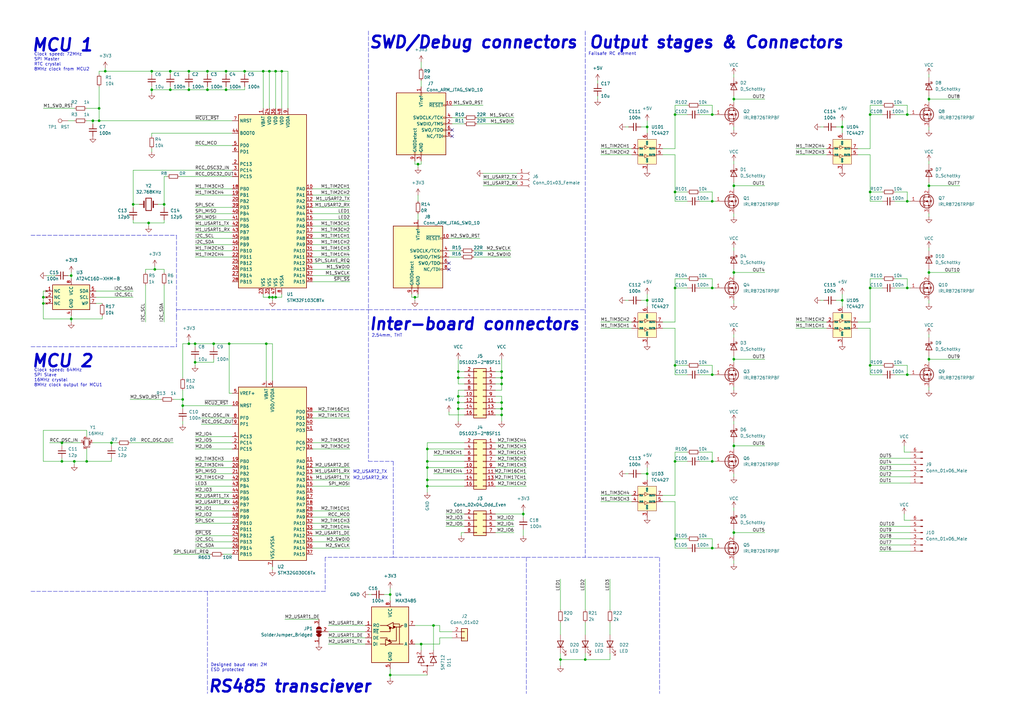
<source format=kicad_sch>
(kicad_sch (version 20211123) (generator eeschema)
  (paper "A3")
  (junction (at 110.49 29.21))
  (junction (at 69.85 36.83))
  (junction (at 107.95 29.21))
  (junction (at 111.76 121.92))
  (junction (at 214.63 210.82))
  (junction (at 356.87 149.86))
  (junction (at 292.1 153.67))
  (junction (at 160.02 243.84))
  (junction (at 40.64 44.45))
  (junction (at 372.11 153.67))
  (junction (at 381 76.2))
  (junction (at 85.09 29.21))
  (junction (at 292.1 46.99))
  (junction (at 38.1 49.53))
  (junction (at 205.74 165.1))
  (junction (at 17.78 121.92))
  (junction (at 300.99 40.64))
  (junction (at 45.72 181.61))
  (junction (at 77.47 36.83))
  (junction (at 175.26 189.23))
  (junction (at 100.33 29.21))
  (junction (at 172.72 264.16))
  (junction (at 276.86 189.23))
  (junction (at 77.47 29.21))
  (junction (at 87.63 140.97))
  (junction (at 93.98 140.97))
  (junction (at 113.03 29.21))
  (junction (at 300.99 111.76))
  (junction (at 35.56 189.23))
  (junction (at 356.87 118.11))
  (junction (at 300.99 218.44))
  (junction (at 372.11 82.55))
  (junction (at 175.26 196.85))
  (junction (at 276.86 78.74))
  (junction (at 345.44 52.07))
  (junction (at 265.43 123.19))
  (junction (at 29.21 113.03))
  (junction (at 62.23 36.83))
  (junction (at 160.02 276.86))
  (junction (at 77.47 140.97))
  (junction (at 300.99 76.2))
  (junction (at 187.96 165.1))
  (junction (at 205.74 154.94))
  (junction (at 30.48 189.23))
  (junction (at 25.4 181.61))
  (junction (at 187.96 167.64))
  (junction (at 276.86 46.99))
  (junction (at 292.1 224.79))
  (junction (at 187.96 154.94))
  (junction (at 187.96 162.56))
  (junction (at 276.86 220.98))
  (junction (at 80.01 140.97))
  (junction (at 292.1 82.55))
  (junction (at 17.78 124.46))
  (junction (at 205.74 152.4))
  (junction (at 85.09 36.83))
  (junction (at 345.44 123.19))
  (junction (at 372.11 118.11))
  (junction (at 29.21 130.81))
  (junction (at 265.43 52.07))
  (junction (at 74.93 166.37))
  (junction (at 92.71 36.83))
  (junction (at 67.31 83.82))
  (junction (at 292.1 118.11))
  (junction (at 229.87 270.51))
  (junction (at 205.74 157.48))
  (junction (at 63.5 110.49))
  (junction (at 40.64 49.53))
  (junction (at 240.03 270.51))
  (junction (at 300.99 182.88))
  (junction (at 381 111.76))
  (junction (at 54.61 83.82))
  (junction (at 276.86 118.11))
  (junction (at 356.87 78.74))
  (junction (at 187.96 152.4))
  (junction (at 69.85 29.21))
  (junction (at 372.11 46.99))
  (junction (at 113.03 121.92))
  (junction (at 292.1 189.23))
  (junction (at 62.23 29.21))
  (junction (at 110.49 121.92))
  (junction (at 356.87 46.99))
  (junction (at 80.01 148.59))
  (junction (at 74.93 163.83))
  (junction (at 25.4 189.23))
  (junction (at 170.18 121.92))
  (junction (at 205.74 170.18))
  (junction (at 381 147.32))
  (junction (at 92.71 29.21))
  (junction (at 175.26 184.15))
  (junction (at 60.96 91.44))
  (junction (at 381 40.64))
  (junction (at 171.45 67.31))
  (junction (at 43.18 29.21))
  (junction (at 175.26 191.77))
  (junction (at 265.43 194.31))
  (junction (at 177.8 256.54))
  (junction (at 115.57 29.21))
  (junction (at 175.26 199.39))
  (junction (at 205.74 167.64))
  (junction (at 300.99 147.32))
  (junction (at 276.86 149.86))
  (junction (at 109.22 140.97))
  (no_connect (at 184.15 107.95))
  (no_connect (at 185.42 53.34))
  (no_connect (at 185.42 55.88))
  (no_connect (at 184.15 110.49))
  (wire (pts (xy 345.44 123.19) (xy 345.44 125.73)))
  (wire (pts (xy 292.1 118.11) (xy 292.1 114.3)))
  (wire (pts (xy 69.85 30.48) (xy 69.85 29.21)))
  (wire (pts (xy 203.2 213.36) (xy 210.82 213.36)))
  (wire (pts (xy 172.72 264.16) (xy 180.34 264.16)))
  (wire (pts (xy 203.2 167.64) (xy 205.74 167.64)))
  (wire (pts (xy 175.26 191.77) (xy 175.26 196.85)))
  (wire (pts (xy 115.57 44.45) (xy 115.57 29.21)))
  (wire (pts (xy 80.01 224.79) (xy 95.25 224.79)))
  (wire (pts (xy 381 74.93) (xy 381 76.2)))
  (polyline (pts (xy 72.39 127) (xy 151.13 127)))
  (wire (pts (xy 300.99 217.17) (xy 300.99 218.44)))
  (wire (pts (xy 128.27 87.63) (xy 143.51 87.63)))
  (wire (pts (xy 361.95 114.3) (xy 356.87 114.3)))
  (wire (pts (xy 170.18 67.31) (xy 171.45 67.31)))
  (wire (pts (xy 175.26 181.61) (xy 190.5 181.61)))
  (wire (pts (xy 250.19 267.97) (xy 250.19 270.51)))
  (wire (pts (xy 198.12 73.66) (xy 212.09 73.66)))
  (wire (pts (xy 182.88 213.36) (xy 190.5 213.36)))
  (wire (pts (xy 370.84 210.82) (xy 370.84 213.36)))
  (wire (pts (xy 370.84 213.36) (xy 373.38 213.36)))
  (wire (pts (xy 80.01 199.39) (xy 95.25 199.39)))
  (wire (pts (xy 276.86 153.67) (xy 281.94 153.67)))
  (wire (pts (xy 85.09 36.83) (xy 77.47 36.83)))
  (wire (pts (xy 203.2 199.39) (xy 215.9 199.39)))
  (wire (pts (xy 203.2 194.31) (xy 215.9 194.31)))
  (wire (pts (xy 214.63 212.09) (xy 214.63 210.82)))
  (wire (pts (xy 54.61 91.44) (xy 60.96 91.44)))
  (wire (pts (xy 29.21 113.03) (xy 29.21 114.3)))
  (wire (pts (xy 367.03 149.86) (xy 372.11 149.86)))
  (wire (pts (xy 300.99 147.32) (xy 313.69 147.32)))
  (wire (pts (xy 300.99 146.05) (xy 300.99 147.32)))
  (wire (pts (xy 80.01 201.93) (xy 95.25 201.93)))
  (wire (pts (xy 360.68 195.58) (xy 373.38 195.58)))
  (wire (pts (xy 54.61 119.38) (xy 39.37 119.38)))
  (wire (pts (xy 203.2 191.77) (xy 215.9 191.77)))
  (wire (pts (xy 128.27 194.31) (xy 143.51 194.31)))
  (wire (pts (xy 381 137.16) (xy 381 138.43)))
  (wire (pts (xy 93.98 161.29) (xy 93.98 140.97)))
  (wire (pts (xy 229.87 267.97) (xy 229.87 270.51)))
  (wire (pts (xy 265.43 194.31) (xy 265.43 196.85)))
  (wire (pts (xy 67.31 110.49) (xy 63.5 110.49)))
  (wire (pts (xy 45.72 189.23) (xy 35.56 189.23)))
  (wire (pts (xy 80.01 191.77) (xy 95.25 191.77)))
  (wire (pts (xy 276.86 149.86) (xy 276.86 153.67)))
  (wire (pts (xy 53.34 181.61) (xy 71.12 181.61)))
  (wire (pts (xy 372.11 46.99) (xy 372.11 43.18)))
  (wire (pts (xy 194.31 102.87) (xy 209.55 102.87)))
  (wire (pts (xy 356.87 118.11) (xy 361.95 118.11)))
  (polyline (pts (xy 215.9 228.6) (xy 215.9 284.48)))
  (wire (pts (xy 187.96 157.48) (xy 187.96 154.94)))
  (wire (pts (xy 170.18 256.54) (xy 177.8 256.54)))
  (polyline (pts (xy 12.7 142.24) (xy 72.39 142.24)))
  (wire (pts (xy 182.88 215.9) (xy 190.5 215.9)))
  (wire (pts (xy 118.11 44.45) (xy 118.11 29.21)))
  (wire (pts (xy 74.93 163.83) (xy 74.93 160.02)))
  (wire (pts (xy 143.51 80.01) (xy 128.27 80.01)))
  (wire (pts (xy 74.93 154.94) (xy 74.93 140.97)))
  (wire (pts (xy 205.74 167.64) (xy 205.74 170.18)))
  (wire (pts (xy 185.42 50.8) (xy 190.5 50.8)))
  (wire (pts (xy 184.15 102.87) (xy 189.23 102.87)))
  (wire (pts (xy 35.56 49.53) (xy 38.1 49.53)))
  (wire (pts (xy 246.38 132.08) (xy 259.08 132.08)))
  (wire (pts (xy 80.01 80.01) (xy 95.25 80.01)))
  (wire (pts (xy 265.43 49.53) (xy 265.43 52.07)))
  (wire (pts (xy 80.01 214.63) (xy 95.25 214.63)))
  (wire (pts (xy 43.18 27.94) (xy 43.18 29.21)))
  (wire (pts (xy 143.51 97.79) (xy 128.27 97.79)))
  (wire (pts (xy 367.03 118.11) (xy 372.11 118.11)))
  (wire (pts (xy 360.68 190.5) (xy 373.38 190.5)))
  (wire (pts (xy 17.78 130.81) (xy 29.21 130.81)))
  (wire (pts (xy 287.02 153.67) (xy 292.1 153.67)))
  (polyline (pts (xy 161.29 228.6) (xy 133.35 228.6)))
  (wire (pts (xy 128.27 85.09) (xy 143.51 85.09)))
  (wire (pts (xy 143.51 214.63) (xy 128.27 214.63)))
  (wire (pts (xy 287.02 220.98) (xy 292.1 220.98)))
  (wire (pts (xy 41.91 130.81) (xy 29.21 130.81)))
  (wire (pts (xy 203.2 215.9) (xy 210.82 215.9)))
  (wire (pts (xy 246.38 203.2) (xy 259.08 203.2)))
  (wire (pts (xy 17.78 124.46) (xy 17.78 130.81)))
  (wire (pts (xy 111.76 121.92) (xy 113.03 121.92)))
  (wire (pts (xy 67.31 83.82) (xy 64.77 83.82)))
  (wire (pts (xy 190.5 160.02) (xy 187.96 160.02)))
  (wire (pts (xy 82.55 171.45) (xy 95.25 171.45)))
  (wire (pts (xy 185.42 43.18) (xy 198.12 43.18)))
  (wire (pts (xy 111.76 233.68) (xy 111.76 232.41)))
  (wire (pts (xy 381 158.75) (xy 381 160.02)))
  (wire (pts (xy 80.01 77.47) (xy 95.25 77.47)))
  (wire (pts (xy 17.78 44.45) (xy 30.48 44.45)))
  (wire (pts (xy 300.99 74.93) (xy 300.99 76.2)))
  (wire (pts (xy 361.95 78.74) (xy 356.87 78.74)))
  (wire (pts (xy 175.26 189.23) (xy 175.26 191.77)))
  (wire (pts (xy 250.19 270.51) (xy 240.03 270.51)))
  (wire (pts (xy 281.94 43.18) (xy 276.86 43.18)))
  (wire (pts (xy 80.01 140.97) (xy 80.01 142.24)))
  (wire (pts (xy 276.86 60.96) (xy 276.86 46.99)))
  (wire (pts (xy 175.26 201.93) (xy 175.26 199.39)))
  (wire (pts (xy 93.98 140.97) (xy 109.22 140.97)))
  (wire (pts (xy 80.01 90.17) (xy 95.25 90.17)))
  (wire (pts (xy 40.64 44.45) (xy 40.64 49.53)))
  (wire (pts (xy 381 30.48) (xy 381 31.75)))
  (wire (pts (xy 326.39 132.08) (xy 339.09 132.08)))
  (wire (pts (xy 35.56 179.07) (xy 35.56 176.53)))
  (wire (pts (xy 62.23 36.83) (xy 69.85 36.83)))
  (wire (pts (xy 203.2 162.56) (xy 205.74 162.56)))
  (wire (pts (xy 205.74 170.18) (xy 203.2 170.18)))
  (wire (pts (xy 115.57 121.92) (xy 115.57 120.65)))
  (wire (pts (xy 300.99 39.37) (xy 300.99 40.64)))
  (wire (pts (xy 300.99 101.6) (xy 300.99 102.87)))
  (wire (pts (xy 229.87 255.27) (xy 229.87 260.35)))
  (wire (pts (xy 381 111.76) (xy 381 113.03)))
  (wire (pts (xy 381 52.07) (xy 381 53.34)))
  (wire (pts (xy 381 146.05) (xy 381 147.32)))
  (wire (pts (xy 111.76 123.19) (xy 111.76 121.92)))
  (wire (pts (xy 367.03 114.3) (xy 372.11 114.3)))
  (wire (pts (xy 203.2 210.82) (xy 214.63 210.82)))
  (wire (pts (xy 229.87 237.49) (xy 229.87 250.19)))
  (wire (pts (xy 240.03 255.27) (xy 240.03 260.35)))
  (wire (pts (xy 41.91 129.54) (xy 41.91 130.81)))
  (wire (pts (xy 342.9 52.07) (xy 345.44 52.07)))
  (wire (pts (xy 276.86 46.99) (xy 281.94 46.99)))
  (wire (pts (xy 185.42 48.26) (xy 190.5 48.26)))
  (wire (pts (xy 381 40.64) (xy 393.7 40.64)))
  (wire (pts (xy 360.68 198.12) (xy 373.38 198.12)))
  (wire (pts (xy 175.26 191.77) (xy 190.5 191.77)))
  (wire (pts (xy 35.56 44.45) (xy 40.64 44.45)))
  (wire (pts (xy 336.55 123.19) (xy 337.82 123.19)))
  (wire (pts (xy 143.51 224.79) (xy 128.27 224.79)))
  (wire (pts (xy 360.68 220.98) (xy 373.38 220.98)))
  (wire (pts (xy 250.19 237.49) (xy 250.19 250.19)))
  (wire (pts (xy 265.43 52.07) (xy 265.43 54.61)))
  (wire (pts (xy 292.1 224.79) (xy 293.37 224.79)))
  (wire (pts (xy 17.78 124.46) (xy 19.05 124.46)))
  (polyline (pts (xy 85.09 242.57) (xy 85.09 284.48)))
  (wire (pts (xy 356.87 149.86) (xy 356.87 153.67)))
  (wire (pts (xy 195.58 48.26) (xy 210.82 48.26)))
  (wire (pts (xy 170.18 66.04) (xy 170.18 67.31)))
  (wire (pts (xy 281.94 78.74) (xy 276.86 78.74)))
  (wire (pts (xy 67.31 111.76) (xy 67.31 110.49)))
  (wire (pts (xy 287.02 224.79) (xy 292.1 224.79)))
  (wire (pts (xy 168.91 121.92) (xy 170.18 121.92)))
  (wire (pts (xy 80.01 196.85) (xy 95.25 196.85)))
  (wire (pts (xy 172.72 33.02) (xy 172.72 35.56)))
  (wire (pts (xy 80.01 95.25) (xy 95.25 95.25)))
  (wire (pts (xy 171.45 120.65) (xy 171.45 121.92)))
  (wire (pts (xy 134.62 261.62) (xy 149.86 261.62)))
  (wire (pts (xy 360.68 218.44) (xy 373.38 218.44)))
  (wire (pts (xy 91.44 227.33) (xy 95.25 227.33)))
  (wire (pts (xy 287.02 185.42) (xy 292.1 185.42)))
  (wire (pts (xy 38.1 181.61) (xy 45.72 181.61)))
  (wire (pts (xy 116.84 254) (xy 130.81 254)))
  (wire (pts (xy 356.87 78.74) (xy 356.87 82.55)))
  (wire (pts (xy 372.11 82.55) (xy 373.38 82.55)))
  (wire (pts (xy 203.2 165.1) (xy 205.74 165.1)))
  (wire (pts (xy 245.11 40.64) (xy 245.11 39.37)))
  (wire (pts (xy 80.01 105.41) (xy 95.25 105.41)))
  (wire (pts (xy 100.33 29.21) (xy 107.95 29.21)))
  (wire (pts (xy 360.68 223.52) (xy 373.38 223.52)))
  (wire (pts (xy 367.03 153.67) (xy 372.11 153.67)))
  (wire (pts (xy 113.03 44.45) (xy 113.03 29.21)))
  (wire (pts (xy 351.79 60.96) (xy 356.87 60.96)))
  (polyline (pts (xy 72.39 129.54) (xy 72.39 129.54)))
  (wire (pts (xy 80.01 219.71) (xy 95.25 219.71)))
  (wire (pts (xy 240.03 237.49) (xy 240.03 250.19)))
  (wire (pts (xy 80.01 207.01) (xy 95.25 207.01)))
  (polyline (pts (xy 72.39 129.54) (xy 72.39 142.24)))
  (wire (pts (xy 77.47 35.56) (xy 77.47 36.83)))
  (wire (pts (xy 246.38 205.74) (xy 259.08 205.74)))
  (wire (pts (xy 271.78 60.96) (xy 276.86 60.96)))
  (wire (pts (xy 203.2 157.48) (xy 205.74 157.48)))
  (wire (pts (xy 300.99 30.48) (xy 300.99 31.75)))
  (wire (pts (xy 143.51 168.91) (xy 128.27 168.91)))
  (wire (pts (xy 54.61 83.82) (xy 54.61 85.09)))
  (wire (pts (xy 38.1 49.53) (xy 38.1 50.8)))
  (wire (pts (xy 40.64 30.48) (xy 40.64 29.21)))
  (wire (pts (xy 300.99 76.2) (xy 313.69 76.2)))
  (wire (pts (xy 360.68 193.04) (xy 373.38 193.04)))
  (wire (pts (xy 29.21 132.08) (xy 29.21 130.81)))
  (wire (pts (xy 177.8 186.69) (xy 190.5 186.69)))
  (wire (pts (xy 256.54 123.19) (xy 257.81 123.19)))
  (wire (pts (xy 143.51 217.17) (xy 128.27 217.17)))
  (wire (pts (xy 80.01 148.59) (xy 80.01 149.86)))
  (wire (pts (xy 262.89 123.19) (xy 265.43 123.19)))
  (wire (pts (xy 356.87 114.3) (xy 356.87 118.11)))
  (wire (pts (xy 80.01 181.61) (xy 95.25 181.61)))
  (wire (pts (xy 74.93 166.37) (xy 74.93 163.83)))
  (wire (pts (xy 276.86 78.74) (xy 276.86 82.55)))
  (wire (pts (xy 62.23 35.56) (xy 62.23 36.83)))
  (wire (pts (xy 40.64 49.53) (xy 95.25 49.53)))
  (wire (pts (xy 171.45 121.92) (xy 170.18 121.92)))
  (wire (pts (xy 246.38 134.62) (xy 259.08 134.62)))
  (wire (pts (xy 143.51 105.41) (xy 128.27 105.41)))
  (wire (pts (xy 87.63 147.32) (xy 87.63 148.59)))
  (wire (pts (xy 356.87 82.55) (xy 361.95 82.55)))
  (wire (pts (xy 361.95 149.86) (xy 356.87 149.86)))
  (wire (pts (xy 143.51 107.95) (xy 128.27 107.95)))
  (wire (pts (xy 143.51 100.33) (xy 128.27 100.33)))
  (wire (pts (xy 300.99 182.88) (xy 300.99 184.15)))
  (wire (pts (xy 180.34 256.54) (xy 180.34 259.08)))
  (wire (pts (xy 171.45 80.01) (xy 171.45 82.55)))
  (wire (pts (xy 276.86 114.3) (xy 276.86 118.11)))
  (wire (pts (xy 205.74 147.32) (xy 205.74 152.4)))
  (wire (pts (xy 100.33 35.56) (xy 100.33 36.83)))
  (wire (pts (xy 190.5 218.44) (xy 189.23 218.44)))
  (wire (pts (xy 381 123.19) (xy 381 124.46)))
  (wire (pts (xy 300.99 147.32) (xy 300.99 148.59)))
  (wire (pts (xy 170.18 121.92) (xy 170.18 123.19)))
  (wire (pts (xy 292.1 46.99) (xy 292.1 43.18)))
  (wire (pts (xy 372.11 82.55) (xy 372.11 78.74)))
  (wire (pts (xy 381 101.6) (xy 381 102.87)))
  (wire (pts (xy 43.18 29.21) (xy 62.23 29.21)))
  (wire (pts (xy 381 87.63) (xy 381 88.9)))
  (wire (pts (xy 361.95 43.18) (xy 356.87 43.18)))
  (wire (pts (xy 300.99 52.07) (xy 300.99 53.34)))
  (wire (pts (xy 74.93 140.97) (xy 77.47 140.97)))
  (wire (pts (xy 180.34 259.08) (xy 185.42 259.08)))
  (wire (pts (xy 95.25 166.37) (xy 74.93 166.37)))
  (wire (pts (xy 17.78 189.23) (xy 25.4 189.23)))
  (wire (pts (xy 292.1 153.67) (xy 293.37 153.67)))
  (wire (pts (xy 281.94 185.42) (xy 276.86 185.42)))
  (wire (pts (xy 62.23 54.61) (xy 62.23 55.88)))
  (wire (pts (xy 57.15 83.82) (xy 54.61 83.82)))
  (wire (pts (xy 351.79 63.5) (xy 356.87 63.5)))
  (wire (pts (xy 118.11 29.21) (xy 115.57 29.21)))
  (wire (pts (xy 82.55 173.99) (xy 95.25 173.99)))
  (wire (pts (xy 177.8 194.31) (xy 190.5 194.31)))
  (wire (pts (xy 180.34 261.62) (xy 185.42 261.62)))
  (wire (pts (xy 80.01 102.87) (xy 95.25 102.87)))
  (wire (pts (xy 17.78 121.92) (xy 19.05 121.92)))
  (wire (pts (xy 300.99 110.49) (xy 300.99 111.76)))
  (wire (pts (xy 63.5 109.22) (xy 63.5 110.49)))
  (wire (pts (xy 67.31 83.82) (xy 67.31 72.39)))
  (wire (pts (xy 143.51 219.71) (xy 128.27 219.71)))
  (wire (pts (xy 151.13 243.84) (xy 152.4 243.84)))
  (wire (pts (xy 356.87 60.96) (xy 356.87 46.99)))
  (wire (pts (xy 59.69 110.49) (xy 63.5 110.49)))
  (wire (pts (xy 175.26 184.15) (xy 175.26 189.23)))
  (wire (pts (xy 326.39 63.5) (xy 339.09 63.5)))
  (polyline (pts (xy 151.13 12.7) (xy 151.13 127)))
  (wire (pts (xy 80.01 92.71) (xy 95.25 92.71)))
  (wire (pts (xy 292.1 153.67) (xy 292.1 149.86)))
  (wire (pts (xy 25.4 181.61) (xy 33.02 181.61)))
  (wire (pts (xy 360.68 226.06) (xy 373.38 226.06)))
  (wire (pts (xy 128.27 196.85) (xy 143.51 196.85)))
  (wire (pts (xy 214.63 217.17) (xy 214.63 219.71)))
  (wire (pts (xy 287.02 82.55) (xy 292.1 82.55)))
  (wire (pts (xy 175.26 184.15) (xy 190.5 184.15)))
  (wire (pts (xy 205.74 162.56) (xy 205.74 165.1)))
  (wire (pts (xy 187.96 154.94) (xy 187.96 152.4)))
  (wire (pts (xy 276.86 118.11) (xy 281.94 118.11)))
  (wire (pts (xy 67.31 132.08) (xy 67.31 116.84)))
  (wire (pts (xy 143.51 77.47) (xy 128.27 77.47)))
  (wire (pts (xy 25.4 182.88) (xy 25.4 181.61)))
  (wire (pts (xy 345.44 120.65) (xy 345.44 123.19)))
  (wire (pts (xy 276.86 203.2) (xy 276.86 189.23)))
  (wire (pts (xy 80.01 85.09) (xy 95.25 85.09)))
  (wire (pts (xy 71.12 227.33) (xy 86.36 227.33)))
  (wire (pts (xy 39.37 124.46) (xy 41.91 124.46)))
  (wire (pts (xy 30.48 189.23) (xy 30.48 190.5)))
  (wire (pts (xy 128.27 212.09) (xy 143.51 212.09)))
  (wire (pts (xy 265.43 191.77) (xy 265.43 194.31)))
  (wire (pts (xy 92.71 29.21) (xy 92.71 30.48)))
  (wire (pts (xy 143.51 199.39) (xy 128.27 199.39)))
  (wire (pts (xy 20.32 181.61) (xy 25.4 181.61)))
  (wire (pts (xy 175.26 196.85) (xy 175.26 199.39)))
  (wire (pts (xy 143.51 95.25) (xy 128.27 95.25)))
  (wire (pts (xy 198.12 71.12) (xy 212.09 71.12)))
  (wire (pts (xy 198.12 76.2) (xy 212.09 76.2)))
  (wire (pts (xy 87.63 140.97) (xy 93.98 140.97)))
  (wire (pts (xy 300.99 66.04) (xy 300.99 67.31)))
  (wire (pts (xy 134.62 259.08) (xy 149.86 259.08)))
  (wire (pts (xy 203.2 189.23) (xy 215.9 189.23)))
  (wire (pts (xy 300.99 218.44) (xy 300.99 219.71)))
  (wire (pts (xy 149.86 256.54) (xy 134.62 256.54)))
  (wire (pts (xy 203.2 184.15) (xy 215.9 184.15)))
  (wire (pts (xy 80.01 147.32) (xy 80.01 148.59)))
  (wire (pts (xy 95.25 59.69) (xy 80.01 59.69)))
  (wire (pts (xy 372.11 46.99) (xy 373.38 46.99)))
  (wire (pts (xy 287.02 149.86) (xy 292.1 149.86)))
  (wire (pts (xy 40.64 35.56) (xy 40.64 44.45)))
  (wire (pts (xy 107.95 29.21) (xy 110.49 29.21)))
  (polyline (pts (xy 151.13 127) (xy 151.13 189.23)))
  (wire (pts (xy 292.1 189.23) (xy 293.37 189.23)))
  (wire (pts (xy 265.43 123.19) (xy 265.43 125.73)))
  (polyline (pts (xy 151.13 127) (xy 240.03 127)))
  (wire (pts (xy 287.02 118.11) (xy 292.1 118.11)))
  (wire (pts (xy 245.11 34.29) (xy 245.11 33.02)))
  (wire (pts (xy 229.87 270.51) (xy 229.87 273.05)))
  (wire (pts (xy 300.99 229.87) (xy 300.99 231.14)))
  (wire (pts (xy 367.03 82.55) (xy 372.11 82.55)))
  (wire (pts (xy 62.23 29.21) (xy 62.23 30.48)))
  (wire (pts (xy 356.87 132.08) (xy 356.87 118.11)))
  (wire (pts (xy 92.71 36.83) (xy 85.09 36.83)))
  (wire (pts (xy 300.99 40.64) (xy 300.99 41.91)))
  (wire (pts (xy 143.51 222.25) (xy 128.27 222.25)))
  (wire (pts (xy 110.49 121.92) (xy 111.76 121.92)))
  (wire (pts (xy 187.96 165.1) (xy 190.5 165.1)))
  (wire (pts (xy 276.86 134.62) (xy 276.86 149.86)))
  (wire (pts (xy 240.03 270.51) (xy 240.03 267.97)))
  (wire (pts (xy 143.51 115.57) (xy 128.27 115.57)))
  (wire (pts (xy 143.51 92.71) (xy 128.27 92.71)))
  (polyline (pts (xy 133.35 228.6) (xy 133.35 242.57)))
  (wire (pts (xy 205.74 152.4) (xy 203.2 152.4)))
  (wire (pts (xy 367.03 78.74) (xy 372.11 78.74)))
  (wire (pts (xy 271.78 203.2) (xy 276.86 203.2)))
  (wire (pts (xy 381 40.64) (xy 381 41.91)))
  (wire (pts (xy 246.38 60.96) (xy 259.08 60.96)))
  (wire (pts (xy 80.01 222.25) (xy 95.25 222.25)))
  (wire (pts (xy 67.31 91.44) (xy 67.31 90.17)))
  (wire (pts (xy 54.61 121.92) (xy 39.37 121.92)))
  (wire (pts (xy 45.72 181.61) (xy 45.72 182.88)))
  (wire (pts (xy 300.99 40.64) (xy 313.69 40.64)))
  (wire (pts (xy 300.99 87.63) (xy 300.99 88.9)))
  (wire (pts (xy 25.4 189.23) (xy 25.4 187.96)))
  (wire (pts (xy 356.87 134.62) (xy 356.87 149.86)))
  (wire (pts (xy 360.68 215.9) (xy 373.38 215.9)))
  (wire (pts (xy 180.34 264.16) (xy 180.34 261.62)))
  (wire (pts (xy 19.05 119.38) (xy 17.78 119.38)))
  (wire (pts (xy 189.23 218.44) (xy 189.23 219.71)))
  (wire (pts (xy 300.99 218.44) (xy 313.69 218.44)))
  (wire (pts (xy 300.99 194.31) (xy 300.99 195.58)))
  (wire (pts (xy 71.12 163.83) (xy 74.93 163.83)))
  (wire (pts (xy 35.56 176.53) (xy 17.78 176.53)))
  (wire (pts (xy 182.88 210.82) (xy 190.5 210.82)))
  (wire (pts (xy 60.96 91.44) (xy 67.31 91.44)))
  (wire (pts (xy 175.26 199.39) (xy 190.5 199.39)))
  (wire (pts (xy 92.71 35.56) (xy 92.71 36.83)))
  (wire (pts (xy 53.34 163.83) (xy 66.04 163.83)))
  (wire (pts (xy 342.9 123.19) (xy 345.44 123.19)))
  (wire (pts (xy 74.93 173.99) (xy 74.93 172.72)))
  (wire (pts (xy 381 110.49) (xy 381 111.76)))
  (wire (pts (xy 87.63 142.24) (xy 87.63 140.97)))
  (wire (pts (xy 184.15 168.91) (xy 184.15 170.18)))
  (wire (pts (xy 276.86 63.5) (xy 276.86 78.74)))
  (wire (pts (xy 157.48 243.84) (xy 160.02 243.84)))
  (wire (pts (xy 128.27 113.03) (xy 143.51 113.03)))
  (wire (pts (xy 372.11 118.11) (xy 373.38 118.11)))
  (wire (pts (xy 85.09 35.56) (xy 85.09 36.83)))
  (wire (pts (xy 172.72 66.04) (xy 172.72 67.31)))
  (wire (pts (xy 110.49 44.45) (xy 110.49 29.21)))
  (wire (pts (xy 287.02 46.99) (xy 292.1 46.99)))
  (polyline (pts (xy 215.9 228.6) (xy 270.51 228.6)))
  (wire (pts (xy 281.94 114.3) (xy 276.86 114.3)))
  (wire (pts (xy 80.01 179.07) (xy 95.25 179.07)))
  (wire (pts (xy 187.96 147.32) (xy 187.96 152.4)))
  (wire (pts (xy 187.96 160.02) (xy 187.96 162.56)))
  (wire (pts (xy 107.95 29.21) (xy 107.95 44.45)))
  (wire (pts (xy 187.96 167.64) (xy 187.96 172.72)))
  (wire (pts (xy 276.86 43.18) (xy 276.86 46.99)))
  (wire (pts (xy 187.96 165.1) (xy 187.96 167.64)))
  (wire (pts (xy 262.89 52.07) (xy 265.43 52.07)))
  (wire (pts (xy 143.51 171.45) (xy 128.27 171.45)))
  (polyline (pts (xy 161.29 228.6) (xy 215.9 228.6)))
  (wire (pts (xy 300.99 158.75) (xy 300.99 160.02)))
  (wire (pts (xy 287.02 78.74) (xy 292.1 78.74)))
  (wire (pts (xy 356.87 63.5) (xy 356.87 78.74)))
  (wire (pts (xy 381 111.76) (xy 393.7 111.76)))
  (wire (pts (xy 80.01 87.63) (xy 95.25 87.63)))
  (polyline (pts (xy 240.03 12.7) (xy 240.03 127)))
  (wire (pts (xy 128.27 110.49) (xy 143.51 110.49)))
  (wire (pts (xy 262.89 194.31) (xy 265.43 194.31)))
  (wire (pts (xy 281.94 149.86) (xy 276.86 149.86)))
  (wire (pts (xy 175.26 189.23) (xy 190.5 189.23)))
  (wire (pts (xy 80.01 97.79) (xy 95.25 97.79)))
  (wire (pts (xy 168.91 120.65) (xy 168.91 121.92)))
  (wire (pts (xy 265.43 120.65) (xy 265.43 123.19)))
  (wire (pts (xy 356.87 153.67) (xy 361.95 153.67)))
  (wire (pts (xy 372.11 153.67) (xy 373.38 153.67)))
  (wire (pts (xy 100.33 36.83) (xy 92.71 36.83)))
  (wire (pts (xy 62.23 54.61) (xy 95.25 54.61)))
  (wire (pts (xy 229.87 270.51) (xy 240.03 270.51)))
  (wire (pts (xy 372.11 118.11) (xy 372.11 114.3)))
  (wire (pts (xy 292.1 224.79) (xy 292.1 220.98)))
  (wire (pts (xy 381 39.37) (xy 381 40.64)))
  (wire (pts (xy 381 147.32) (xy 393.7 147.32)))
  (wire (pts (xy 80.01 184.15) (xy 95.25 184.15)))
  (wire (pts (xy 113.03 29.21) (xy 110.49 29.21)))
  (wire (pts (xy 326.39 134.62) (xy 339.09 134.62)))
  (wire (pts (xy 62.23 36.83) (xy 62.23 38.1)))
  (wire (pts (xy 300.99 111.76) (xy 300.99 113.03)))
  (wire (pts (xy 54.61 69.85) (xy 95.25 69.85)))
  (wire (pts (xy 345.44 52.07) (xy 345.44 54.61)))
  (wire (pts (xy 300.99 111.76) (xy 313.69 111.76)))
  (wire (pts (xy 203.2 196.85) (xy 215.9 196.85)))
  (wire (pts (xy 29.21 113.03) (xy 29.21 111.76)))
  (wire (pts (xy 160.02 278.13) (xy 160.02 276.86)))
  (wire (pts (xy 80.01 194.31) (xy 95.25 194.31)))
  (wire (pts (xy 356.87 43.18) (xy 356.87 46.99)))
  (wire (pts (xy 276.86 185.42) (xy 276.86 189.23)))
  (wire (pts (xy 62.23 62.23) (xy 62.23 60.96)))
  (wire (pts (xy 187.96 157.48) (xy 190.5 157.48)))
  (wire (pts (xy 113.03 120.65) (xy 113.03 121.92)))
  (wire (pts (xy 177.8 256.54) (xy 177.8 266.7)))
  (polyline (pts (xy 151.13 189.23) (xy 161.29 189.23)))
  (wire (pts (xy 100.33 29.21) (xy 100.33 30.48)))
  (wire (pts (xy 214.63 209.55) (xy 214.63 210.82)))
  (wire (pts (xy 171.45 87.63) (xy 171.45 90.17)))
  (wire (pts (xy 187.96 154.94) (xy 190.5 154.94)))
  (wire (pts (xy 271.78 132.08) (xy 276.86 132.08)))
  (wire (pts (xy 19.05 113.03) (xy 22.86 113.03)))
  (wire (pts (xy 184.15 97.79) (xy 196.85 97.79)))
  (wire (pts (xy 69.85 36.83) (xy 77.47 36.83)))
  (wire (pts (xy 256.54 194.31) (xy 257.81 194.31)))
  (wire (pts (xy 326.39 60.96) (xy 339.09 60.96)))
  (wire (pts (xy 92.71 29.21) (xy 100.33 29.21)))
  (wire (pts (xy 85.09 29.21) (xy 77.47 29.21)))
  (wire (pts (xy 372.11 153.67) (xy 372.11 149.86)))
  (wire (pts (xy 287.02 114.3) (xy 292.1 114.3)))
  (wire (pts (xy 367.03 43.18) (xy 372.11 43.18)))
  (wire (pts (xy 276.86 82.55) (xy 281.94 82.55)))
  (wire (pts (xy 351.79 134.62) (xy 356.87 134.62)))
  (wire (pts (xy 80.01 100.33) (xy 95.25 100.33)))
  (wire (pts (xy 77.47 29.21) (xy 77.47 30.48)))
  (wire (pts (xy 92.71 29.21) (xy 85.09 29.21)))
  (wire (pts (xy 287.02 189.23) (xy 292.1 189.23)))
  (wire (pts (xy 80.01 212.09) (xy 95.25 212.09)))
  (wire (pts (xy 80.01 189.23) (xy 95.25 189.23)))
  (polyline (pts (xy 240.03 127) (xy 240.03 228.6)))
  (wire (pts (xy 143.51 181.61) (xy 128.27 181.61)))
  (wire (pts (xy 77.47 139.7) (xy 77.47 140.97)))
  (wire (pts (xy 45.72 181.61) (xy 48.26 181.61)))
  (wire (pts (xy 172.72 264.16) (xy 172.72 266.7)))
  (wire (pts (xy 113.03 121.92) (xy 115.57 121.92)))
  (wire (pts (xy 27.94 49.53) (xy 30.48 49.53)))
  (wire (pts (xy 160.02 243.84) (xy 160.02 241.3)))
  (wire (pts (xy 29.21 130.81) (xy 29.21 129.54)))
  (polyline (pts (xy 12.7 242.57) (xy 85.09 242.57)))
  (polyline (pts (xy 133.35 242.57) (xy 85.09 242.57)))
  (wire (pts (xy 276.86 205.74) (xy 276.86 220.98)))
  (wire (pts (xy 115.57 29.21) (xy 113.03 29.21)))
  (wire (pts (xy 80.01 209.55) (xy 95.25 209.55)))
  (wire (pts (xy 271.78 134.62) (xy 276.86 134.62)))
  (wire (pts (xy 175.26 196.85) (xy 190.5 196.85)))
  (wire (pts (xy 292.1 82.55) (xy 292.1 78.74)))
  (wire (pts (xy 17.78 119.38) (xy 17.78 121.92)))
  (wire (pts (xy 187.96 162.56) (xy 187.96 165.1)))
  (wire (pts (xy 45.72 187.96) (xy 45.72 189.23)))
  (wire (pts (xy 360.68 187.96) (xy 373.38 187.96)))
  (wire (pts (xy 59.69 111.76) (xy 59.69 110.49)))
  (wire (pts (xy 184.15 170.18) (xy 190.5 170.18)))
  (wire (pts (xy 271.78 63.5) (xy 276.86 63.5)))
  (wire (pts (xy 107.95 121.92) (xy 110.49 121.92)))
  (wire (pts (xy 345.44 49.53) (xy 345.44 52.07)))
  (wire (pts (xy 40.64 29.21) (xy 43.18 29.21)))
  (wire (pts (xy 38.1 49.53) (xy 40.64 49.53)))
  (wire (pts (xy 292.1 46.99) (xy 293.37 46.99)))
  (wire (pts (xy 160.02 276.86) (xy 175.26 276.86)))
  (wire (pts (xy 336.55 52.07) (xy 337.82 52.07)))
  (wire (pts (xy 276.86 132.08) (xy 276.86 118.11)))
  (polyline (pts (xy 72.39 96.52) (xy 72.39 129.54)))
  (wire (pts (xy 271.78 205.74) (xy 276.86 205.74)))
  (wire (pts (xy 149.86 264.16) (xy 134.62 264.16)))
  (wire (pts (xy 351.79 132.08) (xy 356.87 132.08)))
  (wire (pts (xy 300.99 76.2) (xy 300.99 77.47)))
  (wire (pts (xy 109.22 140.97) (xy 109.22 156.21)))
  (wire (pts (xy 250.19 255.27) (xy 250.19 260.35)))
  (wire (pts (xy 300.99 172.72) (xy 300.99 173.99)))
  (wire (pts (xy 170.18 264.16) (xy 172.72 264.16)))
  (wire (pts (xy 300.99 137.16) (xy 300.99 138.43)))
  (wire (pts (xy 67.31 85.09) (xy 67.31 83.82)))
  (wire (pts (xy 30.48 189.23) (xy 35.56 189.23)))
  (wire (pts (xy 73.66 72.39) (xy 95.25 72.39)))
  (wire (pts (xy 128.27 90.17) (xy 143.51 90.17)))
  (wire (pts (xy 110.49 120.65) (xy 110.49 121.92)))
  (wire (pts (xy 300.99 123.19) (xy 300.99 124.46)))
  (wire (pts (xy 69.85 35.56) (xy 69.85 36.83)))
  (wire (pts (xy 381 147.32) (xy 381 148.59)))
  (wire (pts (xy 205.74 160.02) (xy 205.74 157.48)))
  (wire (pts (xy 54.61 69.85) (xy 54.61 83.82)))
  (wire (pts (xy 381 66.04) (xy 381 67.31)))
  (polyline (pts (xy 161.29 189.23) (xy 161.29 228.6)))
  (wire (pts (xy 85.09 30.48) (xy 85.09 29.21)))
  (wire (pts (xy 93.98 161.29) (xy 95.25 161.29)))
  (wire (pts (xy 172.72 67.31) (xy 171.45 67.31)))
  (wire (pts (xy 128.27 82.55) (xy 143.51 82.55)))
  (wire (pts (xy 54.61 90.17) (xy 54.61 91.44)))
  (wire (pts (xy 300.99 208.28) (xy 300.99 209.55)))
  (wire (pts (xy 203.2 154.94) (xy 205.74 154.94)))
  (wire (pts (xy 187.96 167.64) (xy 190.5 167.64)))
  (wire (pts (xy 276.86 224.79) (xy 281.94 224.79)))
  (wire (pts (xy 160.02 243.84) (xy 160.02 246.38)))
  (wire (pts (xy 62.23 29.21) (xy 69.85 29.21)))
  (wire (pts (xy 111.76 140.97) (xy 109.22 140.97)))
  (wire (pts (xy 300.99 181.61) (xy 300.99 182.88)))
  (wire (pts (xy 381 76.2) (xy 393.7 76.2)))
  (polyline (pts (xy 12.7 96.52) (xy 72.39 96.52)))
  (wire (pts (xy 25.4 189.23) (xy 30.48 189.23)))
  (wire (pts (xy 69.85 29.21) (xy 77.47 29.21)))
  (wire (pts (xy 111.76 156.21) (xy 111.76 140.97)))
  (wire (pts (xy 281.94 220.98) (xy 276.86 220.98)))
  (wire (pts (xy 160.02 276.86) (xy 160.02 274.32)))
  (wire (pts (xy 143.51 184.15) (xy 128.27 184.15)))
  (wire (pts (xy 370.84 182.88) (xy 370.84 185.42)))
  (wire (pts (xy 195.58 50.8) (xy 210.82 50.8)))
  (wire (pts (xy 59.69 132.08) (xy 59.69 116.84)))
  (polyline (pts (xy 270.51 228.6) (xy 270.51 284.48)))
  (wire (pts (xy 292.1 118.11) (xy 293.37 118.11)))
  (wire (pts (xy 292.1 82.55) (xy 293.37 82.55)))
  (wire (pts (xy 77.47 140.97) (xy 80.01 140.97)))
  (wire (pts (xy 74.93 166.37) (xy 74.93 167.64)))
  (wire (pts (xy 143.51 191.77) (xy 128.27 191.77)))
  (wire (pts (xy 300.99 182.88) (xy 313.69 182.88)))
  (wire (pts (xy 205.74 157.48) (xy 205.74 154.94)))
  (wire (pts (xy 143.51 209.55) (xy 128.27 209.55)))
  (wire (pts (xy 370.84 185.42) (xy 373.38 185.42)))
  (wire (pts (xy 67.31 72.39) (xy 68.58 72.39)))
  (wire (pts (xy 80.01 148.59) (xy 87.63 148.59)))
  (wire (pts (xy 203.2 218.44) (xy 210.82 218.44)))
  (wire (pts (xy 35.56 189.23) (xy 35.56 184.15)))
  (wire (pts (xy 356.87 46.99) (xy 361.95 46.99)))
  (wire (pts (xy 292.1 189.23) (xy 292.1 185.42)))
  (wire (pts (xy 194.31 105.41) (xy 209.55 105.41)))
  (wire (pts (xy 205.74 154.94) (xy 205.74 152.4)))
  (wire (pts (xy 205.74 170.18) (xy 205.74 172.72)))
  (wire (pts (xy 171.45 67.31) (xy 171.45 68.58)))
  (wire (pts (xy 107.95 120.65) (xy 107.95 121.92)))
  (wire (pts (xy 203.2 186.69) (xy 215.9 186.69)))
  (wire (pts (xy 256.54 52.07) (xy 257.81 52.07)))
  (wire (pts (xy 17.78 121.92) (xy 17.78 124.46)))
  (wire (pts (xy 287.02 43.18) (xy 292.1 43.18)))
  (wire (pts (xy 276.86 189.23) (xy 281.94 189.23)))
  (wire (pts (xy 190.5 162.56) (xy 187.96 162.56)))
  (wire (pts (xy 381 76.2) (xy 381 77.47)))
  (wire (pts (xy 172.72 25.4) (xy 172.72 27.94)))
  (wire (pts (xy 177.8 256.54) (xy 180.34 256.54)))
  (wire (pts (xy 87.63 140.97) (xy 80.01 140.97)))
  (wire (pts (xy 367.03 46.99) (xy 372.11 46.99)))
  (wire (pts (xy 187.96 152.4) (xy 190.5 152.4)))
  (wire (pts (xy 17.78 176.53) (xy 17.78 189.23)))
  (wire (pts (xy 60.96 91.44) (xy 60.96 92.71)))
  (wire (pts (xy 143.51 102.87) (xy 128.27 102.87)))
  (wire (pts (xy 205.74 165.1) (xy 205.74 167.64)))
  (wire (pts (xy 184.15 105.41) (xy 189.23 105.41)))
  (wire (pts (xy 276.86 220.98) (xy 276.86 224.79)))
  (wire (pts (xy 80.01 204.47) (xy 95.25 204.47)))
  (wire (pts (xy 27.94 113.03) (xy 29.21 113.03)))
  (wire (pts (xy 175.26 181.61) (xy 175.26 184.15)))
  (wire (pts (xy 246.38 63.5) (xy 259.08 63.5)))
  (wire (pts (xy 203.2 160.02) (xy 205.74 160.02)))
  (wire (pts (xy 203.2 181.61) (xy 215.9 181.61)))
  (text "Failsafe RC element" (at 241.3 22.86 0) (effects (font (size 1.27 1.27)) (justify left bottom)))
  (text "Inter-board connectors" (at 151.13 135.89 0) (effects (font (size 4.8 4.8) (thickness 1) bold italic) (justify left bottom)))
  (text "Clock speed: 72MHz\nSPI Master\nRTC crystal\n8MHz clock from MCU2" (at 13.97 29.21 0) (effects (font (size 1.27 1.27)) (justify left bottom)))
  (text "Clock speed: 64MHz\nSPI Slave\n16MHz crystal\n8MHz clock output for MCU1" (at 13.97 158.75 0) (effects (font (size 1.27 1.27)) (justify left bottom)))
  (text "M2_USART2_TX" (at 144.78 194.31 0) (effects (font (size 1.27 1.27)) (justify left bottom)))
  (text "SWD/Debug connectors" (at 151.13 20.32 0) (effects (font (size 4.8 4.8) (thickness 1) bold italic) (justify left bottom)))
  (text "MCU 1" (at 12.7 21.59 0) (effects (font (size 5 5) (thickness 1) bold italic) (justify left bottom)))
  (text "RS485 transciever" (at 85.09 284.48 0) (effects (font (size 4.8 4.8) (thickness 1) bold italic) (justify left bottom)))
  (text "2.54mm, THT" (at 152.4 138.43 0) (effects (font (size 1.27 1.27)) (justify left bottom)))
  (text "Designed baud rate: 2M\nESD protected" (at 86.36 275.59 0) (effects (font (size 1.27 1.27)) (justify left bottom)))
  (text "Output stages & Connectors" (at 241.3 20.32 0) (effects (font (size 4.8 4.8) (thickness 1) bold italic) (justify left bottom)))
  (text "M2_USART2_RX" (at 144.78 196.85 0) (effects (font (size 1.27 1.27)) (justify left bottom)))
  (text "MCU 2" (at 12.7 151.13 0) (effects (font (size 5 5) (thickness 1) bold italic) (justify left bottom)))
  (label "LED1" (at 229.87 237.49 270))
  (label "M2_USART1_DE" (at 116.84 254 0))
  (label "~{MCU1_RST}" (at 80.01 49.53 0))
  (label "M1_TIM3CH1" (at 246.38 134.62 0))
  (label "OUT2" (at 313.69 40.64 180))
  (label "I2C_SDA" (at 80.01 224.79 0))
  (label "M2_IO5" (at 80.01 181.61 0))
  (label "M2_SWD_RST" (at 196.85 97.79 180))
  (label "M2_USART1_RX" (at 80.01 207.01 0))
  (label "M2_USART1_DE" (at 134.62 261.62 0))
  (label "M1_USART1_TX" (at 80.01 92.71 0))
  (label "OUT7" (at 360.68 223.52 0))
  (label "M2_SWD_RST" (at 53.34 163.83 0))
  (label "OUT3" (at 360.68 193.04 0))
  (label "OUT10" (at 360.68 215.9 0))
  (label "I2C_SDA" (at 67.31 132.08 90))
  (label "LED3" (at 250.19 237.49 270))
  (label "M2_TIM3CH1" (at 177.8 186.69 0))
  (label "M2_TIM16CH1" (at 143.51 168.91 180))
  (label "M1_TIM1CH2" (at 326.39 132.08 0))
  (label "OUT7" (at 393.7 76.2 180))
  (label "M2_IO6" (at 80.01 184.15 0))
  (label "M1_USART1_TX" (at 143.51 196.85 180))
  (label "M1_TIM2CH4" (at 80.01 105.41 0))
  (label "RCC_OSC32_IN" (at 80.01 69.85 0))
  (label "M2_TIM1CH2" (at 215.9 199.39 180))
  (label "OUT9" (at 360.68 218.44 0))
  (label "M2_IO2" (at 80.01 212.09 0))
  (label "~{MCU2_RST}" (at 83.82 166.37 0))
  (label "I2C_SDA" (at 54.61 119.38 180))
  (label "SPI_MOSI" (at 80.01 90.17 0))
  (label "M1_SWDIO" (at 143.51 110.49 180))
  (label "M2_TIM1CH1" (at 215.9 186.69 180))
  (label "M1_TIM3CH3" (at 246.38 205.74 0))
  (label "M1_TIM2CH1" (at 143.51 77.47 180))
  (label "LED3" (at 80.01 199.39 0))
  (label "OUT10" (at 393.7 111.76 180))
  (label "OUT6" (at 360.68 226.06 0))
  (label "M1_TIM3CH4" (at 246.38 203.2 0))
  (label "RCC_OSC32_OUT" (at 80.01 72.39 0))
  (label "M2_TIM3CH3" (at 80.01 189.23 0))
  (label "M2_TIM1CH2" (at 80.01 196.85 0))
  (label "OUT1" (at 360.68 198.12 0))
  (label "M2_IO5" (at 182.88 215.9 0))
  (label "M1_USART2_TX" (at 143.51 82.55 180))
  (label "RCC_OSC_IN" (at 82.55 171.45 0))
  (label "M2_IO1" (at 182.88 210.82 0))
  (label "M2_USART2_DE" (at 143.51 191.77 180))
  (label "M2_IO2" (at 210.82 213.36 180))
  (label "M2_SWDIO" (at 209.55 105.41 180))
  (label "RCC_MCO" (at 80.01 59.69 0))
  (label "M2_TIM3CH2" (at 215.9 189.23 180))
  (label "SPI_SLAVE_REQ" (at 143.51 107.95 180))
  (label "M1_TIM1CH4" (at 143.51 105.41 180))
  (label "SPI_SLAVE_REQ" (at 71.12 227.33 0))
  (label "RCC_OSC_IN" (at 20.32 181.61 0))
  (label "M2_TIM17CH1" (at 215.9 196.85 180))
  (label "M1_TIM1CH2" (at 143.51 100.33 180))
  (label "OUT8" (at 393.7 40.64 180))
  (label "SPI_SCK" (at 80.01 85.09 0))
  (label "M1_TIM2CH2" (at 143.51 80.01 180))
  (label "OUT1" (at 313.69 76.2 180))
  (label "SPI_MISO" (at 80.01 87.63 0))
  (label "M2_TIM1CH3" (at 143.51 214.63 180))
  (label "~{SPI_SS}" (at 143.51 115.57 180))
  (label "LED2" (at 240.03 237.49 270))
  (label "M2_USART1_DE" (at 143.51 219.71 180))
  (label "M1_TIM1CH1" (at 143.51 97.79 180))
  (label "M1_TIM2CH2" (at 246.38 63.5 0))
  (label "M2_TIM3CH1" (at 143.51 181.61 180))
  (label "M1_TIM1CH1" (at 326.39 134.62 0))
  (label "M2_TIM3CH4" (at 80.01 191.77 0))
  (label "M2_IO6" (at 210.82 218.44 180))
  (label "M1_USART2_TX" (at 198.12 73.66 0))
  (label "I2C_SCL" (at 54.61 121.92 180))
  (label "M2_SWCLK" (at 209.55 102.87 180))
  (label "M1_SWD_RST" (at 198.12 43.18 180))
  (label "M1_SWD_RST" (at 17.78 44.45 0))
  (label "I2C_SDA" (at 80.01 100.33 0))
  (label "M2_SWDIO" (at 143.51 222.25 180))
  (label "I2C_SCL" (at 80.01 97.79 0))
  (label "M2_USART1_RX" (at 134.62 256.54 0))
  (label "M1_USART1_RX" (at 143.51 194.31 180))
  (label "OUT4" (at 360.68 190.5 0))
  (label "OUT6" (at 313.69 182.88 180))
  (label "M2_TIM1CH1" (at 143.51 209.55 180))
  (label "OUT5" (at 313.69 218.44 180))
  (label "OUT2" (at 360.68 195.58 0))
  (label "M2_IO3" (at 182.88 213.36 0))
  (label "M1_USART2_RX" (at 198.12 76.2 0))
  (label "M2_IO1" (at 80.01 209.55 0))
  (label "M1_SWCLK" (at 210.82 48.26 180))
  (label "SPI_SCK" (at 80.01 214.63 0))
  (label "~{SPI_SS}" (at 80.01 219.71 0))
  (label "M1_TIM1CH3" (at 143.51 102.87 180))
  (label "SPI_MOSI" (at 143.51 199.39 180))
  (label "M2_TIM16CH1" (at 215.9 194.31 180))
  (label "M1_USART1_RX" (at 80.01 95.25 0))
  (label "OUT5" (at 360.68 187.96 0))
  (label "M1_TIM3CH2" (at 246.38 132.08 0))
  (label "M2_SWCLK" (at 143.51 224.79 180))
  (label "OUT8" (at 360.68 220.98 0))
  (label "LED1" (at 143.51 87.63 180))
  (label "RCC_MCO" (at 143.51 212.09 180))
  (label "SPI_MISO" (at 80.01 194.31 0))
  (label "M2_IO4" (at 210.82 215.9 180))
  (label "OUT9" (at 393.7 147.32 180))
  (label "RCC_OSC_OUT" (at 71.12 181.61 180))
  (label "M1_TIM2CH4" (at 326.39 60.96 0))
  (label "I2C_SCL" (at 59.69 132.08 90))
  (label "M1_TIM3CH4" (at 80.01 80.01 0))
  (label "M2_IO3" (at 80.01 201.93 0))
  (label "M1_SWCLK" (at 143.51 113.03 180))
  (label "M2_TIM1CH4" (at 143.51 217.17 180))
  (label "M2_TIM3CH3" (at 215.9 184.15 180))
  (label "M1_TIM3CH1" (at 143.51 92.71 180))
  (label "M2_USART1_TX" (at 134.62 264.16 0))
  (label "M2_TIM1CH3" (at 215.9 191.77 180))
  (label "M2_USART1_TX" (at 80.01 204.47 0))
  (label "M1_TIM2CH3" (at 80.01 102.87 0))
  (label "M2_TIM3CH2" (at 143.51 184.15 180))
  (label "RCC_OSC_OUT" (at 82.55 173.99 0))
  (label "M1_TIM2CH1" (at 246.38 60.96 0))
  (label "M2_TIM3CH4" (at 215.9 181.61 180))
  (label "OUT3" (at 313.69 147.32 180))
  (label "OUT4" (at 313.69 111.76 180))
  (label "LED2" (at 143.51 90.17 180))
  (label "M2_TIM17CH1" (at 143.51 171.45 180))
  (label "M1_TIM3CH3" (at 80.01 77.47 0))
  (label "I2C_SCL" (at 80.01 222.25 0))
  (label "M1_TIM2CH3" (at 326.39 63.5 0))
  (label "M1_USART2_RX" (at 143.51 85.09 180))
  (label "M2_TIM1CH4" (at 177.8 194.31 0))
  (label "M2_IO4" (at 80.01 179.07 0))
  (label "M1_TIM3CH2" (at 143.51 95.25 180))
  (label "M1_SWDIO" (at 210.82 50.8 180))
  (symbol (lib_id "power:+3.3V") (at 171.45 80.01 0) (unit 1)
    (property "Reference" "#PWR0182" (effects hide))
    (property "Value" "+3.3V" (at 171.45 74.93 0))
  )
  (symbol (lib_id "power:GND") (at 256.54 123.19 270) (unit 1)
    (property "Reference" "#PWR0166" (effects hide))
    (property "Value" "GND" (effects hide))
  )
  (symbol (lib_id "power:GND") (at 19.05 113.03 270) (unit 1)
    (property "Reference" "#PWR0110" (effects hide))
    (property "Value" "GND" (effects hide))
  )
  (symbol (lib_id "Connector:Conn_01x06_Male") (at 378.46 220.98 180) (unit 1)
    (property "Reference" "J10" (at 379.73 218.4399 0) (effects (justify right)))
    (property "Value" "Conn_01x06_Male" (at 379.73 220.9799 0) (effects (justify right)))
    (property "Footprint" "Connector_Phoenix_MC:PhoenixContact_MCV_1,5_6-GF-3.81_1x06_P3.81mm_Vertical_ThreadedFlange" (effects hide))
  )
  (symbol (lib_id "Connector:Conn_ARM_JTAG_SWD_10") (at 172.72 50.8 0) (unit 1)
    (property "Reference" "J7" (at 177.8 34.29 0) (effects (justify right)))
    (property "Value" "Conn_ARM_JTAG_SWD_10" (at 198.12 36.83 0) (effects (justify right)))
    (property "Footprint" "Connector_PinHeader_1.27mm:PinHeader_2x05_P1.27mm_Vertical_SMD" (effects hide))
    (property "Datasheet" "http://infocenter.arm.com/help/topic/com.arm.doc.ddi0314h/DDI0314H_coresight_components_trm.pdf" (effects hide))
  )
  (symbol (lib_id "power:GND") (at 214.63 219.71 0) (unit 1)
    (property "Reference" "#PWR0144" (effects hide))
    (property "Value" "GND" (effects hide))
  )
  (symbol (lib_id "Device:C_Small") (at 80.01 144.78 0) (unit 1)
    (property "Reference" "C8" (at 81.28 142.24 0) (effects (justify left)))
    (property "Value" "10u" (at 81.28 147.32 0) (effects (justify left)))
    (property "Footprint" "Resistor_SMD:R_1206_3216Metric" (effects hide))
  )
  (symbol (lib_id "power:GND") (at 381 88.9 0) (unit 1)
    (property "Reference" "#PWR0164" (effects hide))
    (property "Value" "GND" (effects hide))
  )
  (symbol (lib_id "Device:R_Small") (at 364.49 114.3 90) (unit 1)
    (property "Reference" "R110" (at 359.41 113.03 90))
    (property "Value" "10k" (at 368.3 113.03 90))
    (property "Footprint" "Resistor_SMD:R_0402_1005Metric" (effects hide))
  )
  (symbol (lib_id "Device:Q_NMOS_GDS") (at 378.46 118.11 0) (unit 1)
    (property "Reference" "Q10" (at 384.81 116.8399 0) (effects (justify left)))
    (property "Value" "IRLR8726TRPBF" (at 384.81 119.3799 0) (effects (justify left)))
    (property "Footprint" "Package_TO_SOT_SMD:TO-252-2" (effects hide))
  )
  (symbol (lib_id "power:+3.3V") (at 214.63 209.55 0) (unit 1)
    (property "Reference" "#PWR0143" (effects hide))
    (property "Value" "+3.3V" (at 214.63 204.47 0))
  )
  (symbol (lib_id "Device:C_Small") (at 25.4 113.03 90) (unit 1)
    (property "Reference" "C15" (at 24.13 111.76 90) (effects (justify left)))
    (property "Value" "100n" (at 24.13 114.3 90) (effects (justify left)))
    (property "Footprint" "Capacitor_SMD:C_0402_1005Metric" (effects hide))
  )
  (symbol (lib_id "power:GND") (at 130.81 264.16 0) (unit 1)
    (property "Reference" "#PWR0181" (effects hide))
    (property "Value" "GND" (effects hide))
  )
  (symbol (lib_id "power:VCC") (at 300.99 208.28 0) (unit 1)
    (property "Reference" "#PWR0135" (effects hide))
    (property "Value" "VCC" (at 299.085 204.47 0) (effects (justify left)))
  )
  (symbol (lib_id "power:+3.3V") (at 29.21 111.76 0) (unit 1)
    (property "Reference" "#PWR0179" (effects hide))
    (property "Value" "+3.3V" (at 29.21 106.68 0))
  )
  (symbol (lib_id "Connector_Generic:Conn_02x08_Odd_Even") (at 198.12 189.23 0) (mirror y) (unit 1)
    (property "Reference" "J4" (at 196.85 175.26 0))
    (property "Value" "DS1023-2*8SF11" (at 196.85 177.8 0))
    (property "Footprint" "Connector_PinSocket_2.54mm:PinSocket_2x08_P2.54mm_Vertical" (effects hide))
  )
  (symbol (lib_id "Connector:Conn_01x03_Female") (at 217.17 73.66 0) (unit 1)
    (property "Reference" "J6" (at 218.44 72.3899 0) (effects (justify left)))
    (property "Value" "Conn_01x03_Female" (at 218.44 74.9299 0) (effects (justify left)))
    (property "Footprint" "Connector_PinSocket_2.54mm:PinSocket_1x03_P2.54mm_Vertical" (effects hide))
  )
  (symbol (lib_id "Device:R_Small") (at 284.48 43.18 90) (unit 1)
    (property "Reference" "R102" (at 279.4 41.91 90))
    (property "Value" "10k" (at 288.29 41.91 90))
    (property "Footprint" "Resistor_SMD:R_0402_1005Metric" (effects hide))
  )
  (symbol (lib_id "Device:C_Small") (at 284.48 46.99 90) (unit 1)
    (property "Reference" "C102" (at 279.4 45.72 90))
    (property "Value" "100n" (at 288.29 45.72 90))
    (property "Footprint" "Capacitor_SMD:C_0402_1005Metric" (effects hide))
  )
  (symbol (lib_id "Device:C_Small") (at 364.49 82.55 90) (unit 1)
    (property "Reference" "C107" (at 359.41 81.28 90))
    (property "Value" "100n" (at 368.3 81.28 90))
    (property "Footprint" "Capacitor_SMD:C_0402_1005Metric" (effects hide))
  )
  (symbol (lib_id "power:VCC") (at 381 137.16 0) (unit 1)
    (property "Reference" "#PWR0157" (effects hide))
    (property "Value" "VCC" (at 379.095 133.35 0) (effects (justify left)))
  )
  (symbol (lib_id "Device:C_Small") (at 25.4 185.42 0) (unit 1)
    (property "Reference" "C11" (at 27.94 184.15 0) (effects (justify left)))
    (property "Value" "12p" (at 27.94 186.69 0) (effects (justify left)))
    (property "Footprint" "Capacitor_SMD:C_0402_1005Metric" (effects hide))
  )
  (symbol (lib_id "Device:Q_NMOS_GDS") (at 298.45 46.99 0) (unit 1)
    (property "Reference" "Q2" (at 304.8 45.7199 0) (effects (justify left)))
    (property "Value" "IRLR8726TRPBF" (at 304.8 48.2599 0) (effects (justify left)))
    (property "Footprint" "Package_TO_SOT_SMD:TO-252-2" (effects hide))
  )
  (symbol (lib_id "Device:C_Small") (at 154.94 243.84 90) (unit 1)
    (property "Reference" "C16" (at 154.94 241.3 90) (effects (justify left)))
    (property "Value" "100n" (at 157.48 246.38 90) (effects (justify left)))
    (property "Footprint" "Capacitor_SMD:C_0402_1005Metric" (effects hide))
  )
  (symbol (lib_id "Device:R_Small") (at 229.87 252.73 180) (unit 1)
    (property "Reference" "R20" (at 234.95 251.46 0) (effects (justify left)))
    (property "Value" "2k" (at 233.68 254 0) (effects (justify left)))
    (property "Footprint" "Resistor_SMD:R_0402_1005Metric" (effects hide))
  )
  (symbol (lib_id "Device:C_Small") (at 340.36 52.07 90) (unit 1)
    (property "Reference" "C114" (at 340.3663 45.72 90))
    (property "Value" "100n" (at 340.3663 48.26 90))
    (property "Footprint" "Capacitor_SMD:C_0402_1005Metric" (effects hide))
  )
  (symbol (lib_id "Device:R_Small") (at 33.02 44.45 90) (unit 1)
    (property "Reference" "R2" (at 30.48 41.91 90))
    (property "Value" "1k" (at 35.56 41.91 90))
    (property "Footprint" "Resistor_SMD:R_0402_1005Metric" (effects hide))
  )
  (symbol (lib_id "Device:Q_NMOS_GDS") (at 298.45 82.55 0) (unit 1)
    (property "Reference" "Q1" (at 304.8 81.2799 0) (effects (justify left)))
    (property "Value" "IRLR8726TRPBF" (at 304.8 83.8199 0) (effects (justify left)))
    (property "Footprint" "Package_TO_SOT_SMD:TO-252-2" (effects hide))
  )
  (symbol (lib_id "power:VCC") (at 370.84 210.82 0) (unit 1)
    (property "Reference" "#PWR0177" (effects hide))
    (property "Value" "VCC" (at 368.935 207.01 0) (effects (justify left)))
  )
  (symbol (lib_id "Device:R_Small") (at 33.02 49.53 90) (unit 1)
    (property "Reference" "R3" (at 30.48 46.99 90))
    (property "Value" "1k" (at 35.56 46.99 90))
    (property "Footprint" "Resistor_SMD:R_0402_1005Metric" (effects hide))
  )
  (symbol (lib_id "Device:C_Small") (at 284.48 189.23 90) (unit 1)
    (property "Reference" "C106" (at 279.4 187.96 90))
    (property "Value" "100n" (at 288.29 187.96 90))
    (property "Footprint" "Capacitor_SMD:C_0402_1005Metric" (effects hide))
  )
  (symbol (lib_id "Device:R_Small") (at 191.77 105.41 90) (unit 1)
    (property "Reference" "R16" (at 189.23 104.14 90) (effects (justify left)))
    (property "Value" "22R" (at 198.12 104.14 90) (effects (justify left)))
    (property "Footprint" "Resistor_SMD:R_0402_1005Metric" (effects hide))
  )
  (symbol (lib_id "Device:C_Small") (at 340.36 123.19 90) (unit 1)
    (property "Reference" "C115" (at 340.3663 116.84 90))
    (property "Value" "100n" (at 340.3663 119.38 90))
    (property "Footprint" "Capacitor_SMD:C_0402_1005Metric" (effects hide))
  )
  (symbol (lib_id "Device:R_Small") (at 172.72 30.48 180) (unit 1)
    (property "Reference" "R9" (at 176.53 29.21 0) (effects (justify left)))
    (property "Value" "0R" (at 176.53 31.75 0) (effects (justify left)))
    (property "Footprint" "Resistor_SMD:R_0402_1005Metric" (effects hide))
  )
  (symbol (lib_id "Device:D_Schottky") (at 300.99 213.36 270) (unit 1)
    (property "Reference" "D5" (at 303.53 211.7724 90) (effects (justify left)))
    (property "Value" "D_Schottky" (at 303.53 214.3124 90) (effects (justify left)))
    (property "Footprint" "Diode_SMD:D_SMA" (effects hide))
  )
  (symbol (lib_id "power:GND") (at 256.54 52.07 270) (unit 1)
    (property "Reference" "#PWR0148" (effects hide))
    (property "Value" "GND" (effects hide))
  )
  (symbol (lib_id "power:GND") (at 198.12 71.12 270) (unit 1)
    (property "Reference" "#PWR0175" (effects hide))
    (property "Value" "GND" (effects hide))
  )
  (symbol (lib_id "Device:D_Schottky") (at 381 142.24 270) (unit 1)
    (property "Reference" "D9" (at 383.54 140.6524 90) (effects (justify left)))
    (property "Value" "D_Schottky" (at 383.54 143.1924 90) (effects (justify left)))
    (property "Footprint" "Diode_SMD:D_SMA" (effects hide))
  )
  (symbol (lib_id "power:+5V") (at 184.15 168.91 0) (unit 1)
    (property "Reference" "#PWR0170" (effects hide))
    (property "Value" "+5V" (at 184.15 163.83 0))
  )
  (symbol (lib_id "power:VCC") (at 381 101.6 0) (unit 1)
    (property "Reference" "#PWR0158" (effects hide))
    (property "Value" "VCC" (at 379.095 97.79 0) (effects (justify left)))
  )
  (symbol (lib_id "Device:R_Small") (at 284.48 220.98 90) (unit 1)
    (property "Reference" "R105" (at 279.4 219.71 90))
    (property "Value" "10k" (at 288.29 219.71 90))
    (property "Footprint" "Resistor_SMD:R_0402_1005Metric" (effects hide))
  )
  (symbol (lib_id "Device:C_Small") (at 284.48 153.67 90) (unit 1)
    (property "Reference" "C103" (at 279.4 152.4 90))
    (property "Value" "100n" (at 288.29 152.4 90))
    (property "Footprint" "Capacitor_SMD:C_0402_1005Metric" (effects hide))
  )
  (symbol (lib_id "power:VCC") (at 300.99 66.04 0) (unit 1)
    (property "Reference" "#PWR0153" (effects hide))
    (property "Value" "VCC" (at 299.085 62.23 0) (effects (justify left)))
  )
  (symbol (lib_id "Device:C_Small") (at 67.31 87.63 0) (unit 1)
    (property "Reference" "C14" (at 69.85 86.36 0) (effects (justify left)))
    (property "Value" "12p5" (at 69.85 88.9 0) (effects (justify left)))
    (property "Footprint" "Capacitor_SMD:C_0402_1005Metric" (effects hide))
  )
  (symbol (lib_id "power:GND") (at 336.55 52.07 270) (unit 1)
    (property "Reference" "#PWR0150" (effects hide))
    (property "Value" "GND" (effects hide))
  )
  (symbol (lib_id "power:+3.3V") (at 172.72 25.4 0) (unit 1)
    (property "Reference" "#PWR0122" (effects hide))
    (property "Value" "+3.3V" (at 172.72 20.32 0))
  )
  (symbol (lib_id "Device:C_Small") (at 364.49 153.67 90) (unit 1)
    (property "Reference" "C109" (at 359.41 152.4 90))
    (property "Value" "100n" (at 368.3 152.4 90))
    (property "Footprint" "Capacitor_SMD:C_0402_1005Metric" (effects hide))
  )
  (symbol (lib_id "Device:R_Small") (at 284.48 78.74 90) (unit 1)
    (property "Reference" "R101" (at 279.4 77.47 90))
    (property "Value" "10k" (at 288.29 77.47 90))
    (property "Footprint" "Resistor_SMD:R_0402_1005Metric" (effects hide))
  )
  (symbol (lib_id "Device:R_Small") (at 240.03 252.73 180) (unit 1)
    (property "Reference" "R21" (at 245.11 251.46 0) (effects (justify left)))
    (property "Value" "2k" (at 243.84 254 0) (effects (justify left)))
    (property "Footprint" "Resistor_SMD:R_0402_1005Metric" (effects hide))
  )
  (symbol (lib_id "Device:R_Small") (at 71.12 72.39 90) (unit 1)
    (property "Reference" "R8" (at 68.58 71.12 90) (effects (justify left)))
    (property "Value" "0R" (at 76.2 71.12 90) (effects (justify left)))
    (property "Footprint" "Resistor_SMD:R_0402_1005Metric" (effects hide))
  )
  (symbol (lib_id "Device:R_Small") (at 284.48 114.3 90) (unit 1)
    (property "Reference" "R104" (at 279.4 113.03 90))
    (property "Value" "10k" (at 288.29 113.03 90))
    (property "Footprint" "Resistor_SMD:R_0402_1005Metric" (effects hide))
  )
  (symbol (lib_id "power:GND") (at 229.87 273.05 0) (unit 1)
    (property "Reference" "#PWR0169" (effects hide))
    (property "Value" "GND" (effects hide))
  )
  (symbol (lib_id "Device:C_Small") (at 100.33 33.02 0) (unit 1)
    (property "Reference" "C5" (at 101.6 30.48 0) (effects (justify left)))
    (property "Value" "100n" (at 101.6 35.56 0) (effects (justify left)))
    (property "Footprint" "Capacitor_SMD:C_0402_1005Metric" (effects hide))
  )
  (symbol (lib_id "Device:C_Small") (at 284.48 82.55 90) (unit 1)
    (property "Reference" "C101" (at 279.4 81.28 90))
    (property "Value" "100n" (at 288.29 81.28 90))
    (property "Footprint" "Capacitor_SMD:C_0402_1005Metric" (effects hide))
  )
  (symbol (lib_id "power:+5V") (at 345.44 120.65 0) (unit 1)
    (property "Reference" "#PWR0125" (effects hide))
    (property "Value" "+5V" (at 345.44 115.57 0))
  )
  (symbol (lib_id "Device:LED") (at 229.87 264.16 90) (unit 1)
    (property "Reference" "D20" (at 233.68 264.4774 90) (effects (justify right)))
    (property "Value" "LED" (at 233.68 267.0174 90) (effects (justify right)))
    (property "Footprint" "LED_SMD:LED_1206_3216Metric" (effects hide))
  )
  (symbol (lib_id "Connector_Generic:Conn_02x04_Odd_Even") (at 198.12 213.36 0) (mirror y) (unit 1)
    (property "Reference" "J3" (at 196.85 204.47 0))
    (property "Value" "Conn_02x04_Odd_Even" (at 196.85 207.01 0))
    (property "Footprint" "Connector_PinSocket_2.54mm:PinSocket_2x04_P2.54mm_Vertical" (effects hide))
  )
  (symbol (lib_id "Connector_Generic:Conn_02x08_Odd_Even") (at 198.12 160.02 0) (mirror y) (unit 1)
    (property "Reference" "J5" (at 196.85 146.05 0))
    (property "Value" "DS1023-2*8SF11" (at 196.85 148.59 0))
    (property "Footprint" "Connector_PinSocket_2.54mm:PinSocket_2x08_P2.54mm_Vertical" (effects hide))
  )
  (symbol (lib_id "Connector:TestPoint") (at 27.94 49.53 90) (unit 1)
    (property "Reference" "TP1" (at 21.59 52.07 90))
    (property "Value" "RST" (at 26.67 52.07 90))
    (property "Footprint" "TestPoint:TestPoint_Pad_D1.0mm" (effects hide))
  )
  (symbol (lib_id "Device:D_Schottky") (at 381 35.56 270) (unit 1)
    (property "Reference" "D8" (at 383.54 33.9724 90) (effects (justify left)))
    (property "Value" "D_Schottky" (at 383.54 36.5124 90) (effects (justify left)))
    (property "Footprint" "Diode_SMD:D_SMA" (effects hide))
  )
  (symbol (lib_id "OwnLib:TC4427") (at 265.43 62.23 0) (unit 1)
    (property "Reference" "U101" (at 267.0974 52.07 0) (effects (justify left)))
    (property "Value" "TC4427" (at 267.0974 54.61 0) (effects (justify left)))
    (property "Footprint" "Package_SO:SOIC-8_3.9x4.9mm_P1.27mm" (effects hide))
  )
  (symbol (lib_id "power:GND") (at 245.11 40.64 0) (unit 1)
    (property "Reference" "#PWR0186" (effects hide))
    (property "Value" "GND" (effects hide))
  )
  (symbol (lib_id "Device:Q_NMOS_GDS") (at 378.46 153.67 0) (unit 1)
    (property "Reference" "Q9" (at 384.81 152.3999 0) (effects (justify left)))
    (property "Value" "IRLR8726TRPBF" (at 384.81 154.9399 0) (effects (justify left)))
    (property "Footprint" "Package_TO_SOT_SMD:TO-252-2" (effects hide))
  )
  (symbol (lib_id "Device:C_Small") (at 364.49 118.11 90) (unit 1)
    (property "Reference" "C110" (at 359.41 116.84 90))
    (property "Value" "100n" (at 368.3 116.84 90))
    (property "Footprint" "Capacitor_SMD:C_0402_1005Metric" (effects hide))
  )
  (symbol (lib_id "power:GND") (at 336.55 123.19 270) (unit 1)
    (property "Reference" "#PWR0155" (effects hide))
    (property "Value" "GND" (effects hide))
  )
  (symbol (lib_id "Device:Q_NMOS_GDS") (at 378.46 82.55 0) (unit 1)
    (property "Reference" "Q7" (at 384.81 81.2799 0) (effects (justify left)))
    (property "Value" "IRLR8726TRPBF" (at 384.81 83.8199 0) (effects (justify left)))
    (property "Footprint" "Package_TO_SOT_SMD:TO-252-2" (effects hide))
  )
  (symbol (lib_id "power:GND") (at 256.54 194.31 270) (unit 1)
    (property "Reference" "#PWR0128" (effects hide))
    (property "Value" "GND" (effects hide))
  )
  (symbol (lib_id "Device:R_Small") (at 284.48 149.86 90) (unit 1)
    (property "Reference" "R103" (at 279.4 148.59 90))
    (property "Value" "10k" (at 288.29 148.59 90))
    (property "Footprint" "Resistor_SMD:R_0402_1005Metric" (effects hide))
  )
  (symbol (lib_id "power:GND") (at 381 160.02 0) (unit 1)
    (property "Reference" "#PWR0137" (effects hide))
    (property "Value" "GND" (effects hide))
  )
  (symbol (lib_id "Device:R_Small") (at 59.69 114.3 0) (unit 1)
    (property "Reference" "R5" (at 60.96 113.03 0) (effects (justify left)))
    (property "Value" "1k" (at 60.96 115.57 0) (effects (justify left)))
    (property "Footprint" "Resistor_SMD:R_0402_1005Metric" (effects hide))
  )
  (symbol (lib_id "power:VCC") (at 300.99 137.16 0) (unit 1)
    (property "Reference" "#PWR0130" (effects hide))
    (property "Value" "VCC" (at 299.085 133.35 0) (effects (justify left)))
  )
  (symbol (lib_id "Device:D_Schottky") (at 300.99 35.56 270) (unit 1)
    (property "Reference" "D2" (at 303.53 33.9724 90) (effects (justify left)))
    (property "Value" "D_Schottky" (at 303.53 36.5124 90) (effects (justify left)))
    (property "Footprint" "Diode_SMD:D_SMA" (effects hide))
  )
  (symbol (lib_id "power:GND") (at 300.99 88.9 0) (unit 1)
    (property "Reference" "#PWR0151" (effects hide))
    (property "Value" "GND" (effects hide))
  )
  (symbol (lib_id "MCU_ST_STM32F1:STM32F103C8Tx") (at 113.03 82.55 0) (unit 1)
    (property "Reference" "U1" (at 117.5894 120.65 0) (effects (justify left)))
    (property "Value" "STM32F103C8Tx" (at 117.5894 123.19 0) (effects (justify left)))
    (property "Footprint" "Package_QFP:LQFP-48_7x7mm_P0.5mm" (effects hide))
    (property "Datasheet" "http://www.st.com/st-web-ui/static/active/en/resource/technical/document/datasheet/CD00161566.pdf" (effects hide))
  )
  (symbol (lib_id "Interface_UART:MAX3485") (at 160.02 259.08 0) (unit 1)
    (property "Reference" "U4" (at 162.0394 243.84 0) (effects (justify left)))
    (property "Value" "MAX3485" (at 162.0394 246.38 0) (effects (justify left)))
    (property "Footprint" "Package_SO:SOP-8_3.9x4.9mm_P1.27mm" (effects hide))
    (property "Datasheet" "https://datasheets.maximintegrated.com/en/ds/MAX3483-MAX3491.pdf" (effects hide))
  )
  (symbol (lib_id "Device:R_Small") (at 40.64 33.02 0) (unit 1)
    (property "Reference" "R1" (at 43.18 31.7499 0) (effects (justify left)))
    (property "Value" "10k" (at 43.18 34.2899 0) (effects (justify left)))
    (property "Footprint" "Resistor_SMD:R_0402_1005Metric" (effects hide))
  )
  (symbol (lib_id "Device:D_Schottky") (at 381 106.68 270) (unit 1)
    (property "Reference" "D10" (at 383.54 105.0924 90) (effects (justify left)))
    (property "Value" "D_Schottky" (at 383.54 107.6324 90) (effects (justify left)))
    (property "Footprint" "Diode_SMD:D_SMA" (effects hide))
  )
  (symbol (lib_id "Device:D_Schottky") (at 300.99 142.24 270) (unit 1)
    (property "Reference" "D3" (at 303.53 140.6524 90) (effects (justify left)))
    (property "Value" "D_Schottky" (at 303.53 143.1924 90) (effects (justify left)))
    (property "Footprint" "Diode_SMD:D_SMA" (effects hide))
  )
  (symbol (lib_id "Device:C_Small") (at 77.47 33.02 0) (unit 1)
    (property "Reference" "C2" (at 78.74 30.48 0) (effects (justify left)))
    (property "Value" "100n" (at 78.74 35.56 0) (effects (justify left)))
    (property "Footprint" "Capacitor_SMD:C_0402_1005Metric" (effects hide))
  )
  (symbol (lib_id "power:GND") (at 300.99 231.14 0) (unit 1)
    (property "Reference" "#PWR0134" (effects hide))
    (property "Value" "GND" (effects hide))
  )
  (symbol (lib_id "power:GND") (at 300.99 195.58 0) (unit 1)
    (property "Reference" "#PWR0133" (effects hide))
    (property "Value" "GND" (effects hide))
  )
  (symbol (lib_id "Device:R_Small") (at 284.48 185.42 90) (unit 1)
    (property "Reference" "R106" (at 279.4 184.15 90))
    (property "Value" "10k" (at 288.29 184.15 90))
    (property "Footprint" "Resistor_SMD:R_0402_1005Metric" (effects hide))
  )
  (symbol (lib_id "Device:Q_NMOS_GDS") (at 298.45 224.79 0) (unit 1)
    (property "Reference" "Q5" (at 304.8 223.5199 0) (effects (justify left)))
    (property "Value" "IRLR8726TRPBF" (at 304.8 226.0599 0) (effects (justify left)))
    (property "Footprint" "Package_TO_SOT_SMD:TO-252-2" (effects hide))
  )
  (symbol (lib_id "Device:C_Small") (at 245.11 36.83 0) (unit 1)
    (property "Reference" "C17" (at 246.38 34.29 0) (effects (justify left)))
    (property "Value" "10u" (at 246.38 39.37 0) (effects (justify left)))
    (property "Footprint" "Resistor_SMD:R_1206_3216Metric" (effects hide))
  )
  (symbol (lib_id "Device:Q_NMOS_GDS") (at 378.46 46.99 0) (unit 1)
    (property "Reference" "Q8" (at 384.81 45.7199 0) (effects (justify left)))
    (property "Value" "IRLR8726TRPBF" (at 384.81 48.2599 0) (effects (justify left)))
    (property "Footprint" "Package_TO_SOT_SMD:TO-252-2" (effects hide))
  )
  (symbol (lib_id "power:GND") (at 265.43 140.97 0) (unit 1)
    (property "Reference" "#PWR0132" (effects hide))
    (property "Value" "GND" (effects hide))
  )
  (symbol (lib_id "Device:LED") (at 250.19 264.16 90) (unit 1)
    (property "Reference" "D22" (at 254 264.4774 90) (effects (justify right)))
    (property "Value" "LED" (at 254 267.0174 90) (effects (justify right)))
    (property "Footprint" "LED_SMD:LED_1206_3216Metric" (effects hide))
  )
  (symbol (lib_id "OwnLib:TC4427") (at 345.44 62.23 0) (unit 1)
    (property "Reference" "U104" (at 347.1074 52.07 0) (effects (justify left)))
    (property "Value" "TC4427" (at 347.1074 54.61 0) (effects (justify left)))
    (property "Footprint" "Package_SO:SOIC-8_3.9x4.9mm_P1.27mm" (effects hide))
  )
  (symbol (lib_id "power:GND") (at 381 53.34 0) (unit 1)
    (property "Reference" "#PWR0161" (effects hide))
    (property "Value" "GND" (effects hide))
  )
  (symbol (lib_id "power:VCC") (at 300.99 30.48 0) (unit 1)
    (property "Reference" "#PWR0149" (effects hide))
    (property "Value" "VCC" (at 299.085 26.67 0) (effects (justify left)))
  )
  (symbol (lib_id "power:GND") (at 300.99 124.46 0) (unit 1)
    (property "Reference" "#PWR0129" (effects hide))
    (property "Value" "GND" (effects hide))
  )
  (symbol (lib_id "Device:Q_NMOS_GDS") (at 298.45 118.11 0) (unit 1)
    (property "Reference" "Q4" (at 304.8 116.8399 0) (effects (justify left)))
    (property "Value" "IRLR8726TRPBF" (at 304.8 119.3799 0) (effects (justify left)))
    (property "Footprint" "Package_TO_SOT_SMD:TO-252-2" (effects hide))
  )
  (symbol (lib_id "Device:C_Small") (at 45.72 185.42 0) (unit 1)
    (property "Reference" "C12" (at 48.26 184.15 0) (effects (justify left)))
    (property "Value" "12p" (at 48.26 186.69 0) (effects (justify left)))
    (property "Footprint" "Capacitor_SMD:C_0402_1005Metric" (effects hide))
  )
  (symbol (lib_id "Device:Q_NMOS_GDS") (at 298.45 189.23 0) (unit 1)
    (property "Reference" "Q6" (at 304.8 187.9599 0) (effects (justify left)))
    (property "Value" "IRLR8726TRPBF" (at 304.8 190.4999 0) (effects (justify left)))
    (property "Footprint" "Package_TO_SOT_SMD:TO-252-2" (effects hide))
  )
  (symbol (lib_id "power:GND") (at 62.23 62.23 0) (unit 1)
    (property "Reference" "#PWR0103" (effects hide))
    (property "Value" "GND" (effects hide))
  )
  (symbol (lib_id "OwnLib:TC4427") (at 345.44 133.35 0) (unit 1)
    (property "Reference" "U105" (at 347.1074 123.19 0) (effects (justify left)))
    (property "Value" "TC4427" (at 347.1074 125.73 0) (effects (justify left)))
    (property "Footprint" "Package_SO:SOIC-8_3.9x4.9mm_P1.27mm" (effects hide))
  )
  (symbol (lib_id "power:GND") (at 29.21 132.08 0) (unit 1)
    (property "Reference" "#PWR0111" (effects hide))
    (property "Value" "GND" (effects hide))
  )
  (symbol (lib_id "Device:C_Small") (at 92.71 33.02 0) (unit 1)
    (property "Reference" "C4" (at 93.98 30.48 0) (effects (justify left)))
    (property "Value" "100n" (at 93.98 35.56 0) (effects (justify left)))
    (property "Footprint" "Capacitor_SMD:C_0402_1005Metric" (effects hide))
  )
  (symbol (lib_id "Device:Crystal") (at 60.96 83.82 0) (unit 1)
    (property "Reference" "Y2" (at 60.96 76.2 0))
    (property "Value" "32.768KHz" (at 60.96 78.74 0))
    (property "Footprint" "Crystal:Crystal_SMD_3215-2Pin_3.2x1.5mm" (effects hide))
  )
  (symbol (lib_id "power:GND") (at 151.13 243.84 270) (unit 1)
    (property "Reference" "#PWR0118" (effects hide))
    (property "Value" "GND" (at 143.51 243.84 90) (effects (justify left)))
  )
  (symbol (lib_id "Device:R_Small") (at 74.93 157.48 0) (unit 1)
    (property "Reference" "R12" (at 76.2 156.21 0) (effects (justify left)))
    (property "Value" "10k" (at 76.2 158.75 0) (effects (justify left)))
    (property "Footprint" "Resistor_SMD:R_0402_1005Metric" (effects hide))
  )
  (symbol (lib_id "Device:C_Small") (at 74.93 170.18 0) (unit 1)
    (property "Reference" "C10" (at 77.47 168.91 0) (effects (justify left)))
    (property "Value" "100n" (at 77.47 171.45 0) (effects (justify left)))
    (property "Footprint" "Capacitor_SMD:C_0402_1005Metric" (effects hide))
  )
  (symbol (lib_id "Device:R_Small") (at 68.58 163.83 90) (unit 1)
    (property "Reference" "R13" (at 66.04 161.29 90))
    (property "Value" "1k" (at 71.12 161.29 90))
    (property "Footprint" "Resistor_SMD:R_0402_1005Metric" (effects hide))
  )
  (symbol (lib_id "Device:C_Small") (at 364.49 46.99 90) (unit 1)
    (property "Reference" "C108" (at 359.41 45.72 90))
    (property "Value" "100n" (at 368.3 45.72 90))
    (property "Footprint" "Capacitor_SMD:C_0402_1005Metric" (effects hide))
  )
  (symbol (lib_id "Device:LED") (at 240.03 264.16 90) (unit 1)
    (property "Reference" "D21" (at 243.84 264.4774 90) (effects (justify right)))
    (property "Value" "LED" (at 243.84 267.0174 90) (effects (justify right)))
    (property "Footprint" "LED_SMD:LED_1206_3216Metric" (effects hide))
  )
  (symbol (lib_id "power:VCC") (at 187.96 147.32 0) (unit 1)
    (property "Reference" "#PWR0173" (effects hide))
    (property "Value" "VCC" (at 187.96 142.24 0))
  )
  (symbol (lib_id "Device:C_Small") (at 214.63 214.63 180) (unit 1)
    (property "Reference" "C18" (at 220.98 213.36 0) (effects (justify left)))
    (property "Value" "100n" (at 222.25 215.9 0) (effects (justify left)))
    (property "Footprint" "Capacitor_SMD:C_0402_1005Metric" (effects hide))
  )
  (symbol (lib_id "Device:D_Schottky") (at 300.99 71.12 270) (unit 1)
    (property "Reference" "D1" (at 303.53 69.5324 90) (effects (justify left)))
    (property "Value" "D_Schottky" (at 303.53 72.0724 90) (effects (justify left)))
    (property "Footprint" "Diode_SMD:D_SMA" (effects hide))
  )
  (symbol (lib_id "power:+3.3V") (at 63.5 109.22 0) (unit 1)
    (property "Reference" "#PWR0107" (effects hide))
    (property "Value" "+3.3V" (at 63.5 104.14 0))
  )
  (symbol (lib_id "power:+3.3V") (at 77.47 139.7 0) (unit 1)
    (property "Reference" "#PWR0106" (effects hide))
    (property "Value" "+3.3V" (at 77.47 134.62 0))
  )
  (symbol (lib_id "power:GND") (at 30.48 190.5 0) (unit 1)
    (property "Reference" "#PWR0123" (effects hide))
    (property "Value" "GND" (effects hide))
  )
  (symbol (lib_id "Device:R_Small") (at 67.31 114.3 0) (unit 1)
    (property "Reference" "R6" (at 68.58 113.03 0) (effects (justify left)))
    (property "Value" "1k" (at 68.58 115.57 0) (effects (justify left)))
    (property "Footprint" "Resistor_SMD:R_0402_1005Metric" (effects hide))
  )
  (symbol (lib_id "power:VCC") (at 381 66.04 0) (unit 1)
    (property "Reference" "#PWR0165" (effects hide))
    (property "Value" "VCC" (at 379.095 62.23 0) (effects (justify left)))
  )
  (symbol (lib_id "Device:R_Small") (at 193.04 50.8 90) (unit 1)
    (property "Reference" "R11" (at 190.5 49.53 90) (effects (justify left)))
    (property "Value" "22R" (at 199.39 49.53 90) (effects (justify left)))
    (property "Footprint" "Resistor_SMD:R_0402_1005Metric" (effects hide))
  )
  (symbol (lib_id "power:GND") (at 74.93 173.99 0) (unit 1)
    (property "Reference" "#PWR0109" (effects hide))
    (property "Value" "GND" (effects hide))
  )
  (symbol (lib_id "Device:R_Small") (at 50.8 181.61 90) (unit 1)
    (property "Reference" "R7" (at 48.26 180.34 90) (effects (justify left)))
    (property "Value" "0R" (at 55.88 180.34 90) (effects (justify left)))
    (property "Footprint" "Resistor_SMD:R_0402_1005Metric" (effects hide))
  )
  (symbol (lib_id "Device:R_Small") (at 62.23 58.42 0) (unit 1)
    (property "Reference" "R4" (at 63.5 57.15 0) (effects (justify left)))
    (property "Value" "10k" (at 63.5 59.69 0) (effects (justify left)))
    (property "Footprint" "Resistor_SMD:R_0402_1005Metric" (effects hide))
  )
  (symbol (lib_id "power:GND") (at 171.45 68.58 0) (unit 1)
    (property "Reference" "#PWR0124" (effects hide))
    (property "Value" "GND" (effects hide))
  )
  (symbol (lib_id "Device:C_Small") (at 87.63 144.78 0) (unit 1)
    (property "Reference" "C9" (at 88.9 142.24 0) (effects (justify left)))
    (property "Value" "100n" (at 88.9 147.32 0) (effects (justify left)))
    (property "Footprint" "Capacitor_SMD:C_0402_1005Metric" (effects hide))
  )
  (symbol (lib_id "power:GND") (at 160.02 278.13 0) (unit 1)
    (property "Reference" "#PWR0120" (effects hide))
    (property "Value" "GND" (effects hide))
  )
  (symbol (lib_id "power:VCC") (at 300.99 101.6 0) (unit 1)
    (property "Reference" "#PWR0154" (effects hide))
    (property "Value" "VCC" (at 299.085 97.79 0) (effects (justify left)))
  )
  (symbol (lib_id "Device:D_Schottky") (at 300.99 106.68 270) (unit 1)
    (property "Reference" "D4" (at 303.53 105.0924 90) (effects (justify left)))
    (property "Value" "D_Schottky" (at 303.53 107.6324 90) (effects (justify left)))
    (property "Footprint" "Diode_SMD:D_SMA" (effects hide))
  )
  (symbol (lib_id "Device:C_Small") (at 85.09 33.02 0) (unit 1)
    (property "Reference" "C3" (at 86.36 30.48 0) (effects (justify left)))
    (property "Value" "100n" (at 86.36 35.56 0) (effects (justify left)))
    (property "Footprint" "Capacitor_SMD:C_0402_1005Metric" (effects hide))
  )
  (symbol (lib_id "Device:R_Small") (at 364.49 149.86 90) (unit 1)
    (property "Reference" "R109" (at 359.41 148.59 90))
    (property "Value" "10k" (at 368.3 148.59 90))
    (property "Footprint" "Resistor_SMD:R_0402_1005Metric" (effects hide))
  )
  (symbol (lib_id "power:GND") (at 205.74 172.72 0) (unit 1)
    (property "Reference" "#PWR0172" (effects hide))
    (property "Value" "GND" (effects hide))
  )
  (symbol (lib_id "power:GND") (at 80.01 149.86 0) (unit 1)
    (property "Reference" "#PWR0101" (effects hide))
    (property "Value" "GND" (effects hide))
  )
  (symbol (lib_id "Device:C_Small") (at 260.35 194.31 90) (unit 1)
    (property "Reference" "C113" (at 260.3563 187.96 90))
    (property "Value" "100n" (at 260.3563 190.5 90))
    (property "Footprint" "Capacitor_SMD:C_0402_1005Metric" (effects hide))
  )
  (symbol (lib_id "Connector:Conn_ARM_JTAG_SWD_10") (at 171.45 105.41 0) (unit 1)
    (property "Reference" "J8" (at 176.53 88.9 0) (effects (justify right)))
    (property "Value" "Conn_ARM_JTAG_SWD_10" (at 196.85 91.44 0) (effects (justify right)))
    (property "Footprint" "Connector_PinHeader_1.27mm:PinHeader_2x05_P1.27mm_Vertical_SMD" (effects hide))
    (property "Datasheet" "http://infocenter.arm.com/help/topic/com.arm.doc.ddi0314h/DDI0314H_coresight_components_trm.pdf" (effects hide))
  )
  (symbol (lib_id "Device:R_Small") (at 88.9 227.33 90) (unit 1)
    (property "Reference" "R603" (at 86.36 228.6 90) (effects (justify left)))
    (property "Value" "10R" (at 95.25 228.6 90) (effects (justify left)))
    (property "Footprint" "Resistor_SMD:R_0402_1005Metric" (effects hide))
  )
  (symbol (lib_id "Device:R_Small") (at 364.49 43.18 90) (unit 1)
    (property "Reference" "R108" (at 359.41 41.91 90))
    (property "Value" "10k" (at 368.3 41.91 90))
    (property "Footprint" "Resistor_SMD:R_0402_1005Metric" (effects hide))
  )
  (symbol (lib_id "power:GND") (at 38.1 55.88 0) (unit 1)
    (property "Reference" "#PWR0105" (effects hide))
    (property "Value" "GND" (effects hide))
  )
  (symbol (lib_id "power:+3.3V") (at 43.18 27.94 0) (unit 1)
    (property "Reference" "#PWR0112" (effects hide))
    (property "Value" "+3.3V" (at 43.18 22.86 0))
  )
  (symbol (lib_id "Device:C_Small") (at 69.85 33.02 0) (unit 1)
    (property "Reference" "C1" (at 71.12 30.48 0) (effects (justify left)))
    (property "Value" "100n" (at 71.12 35.56 0) (effects (justify left)))
    (property "Footprint" "Capacitor_SMD:C_0402_1005Metric" (effects hide))
  )
  (symbol (lib_id "power:+5V") (at 245.11 33.02 0) (unit 1)
    (property "Reference" "#PWR0185" (effects hide))
    (property "Value" "+5V" (at 245.11 27.94 0))
  )
  (symbol (lib_id "Device:C_Small") (at 38.1 53.34 0) (unit 1)
    (property "Reference" "C7" (at 40.64 52.07 0) (effects (justify left)))
    (property "Value" "100n" (at 40.64 54.61 0) (effects (justify left)))
    (property "Footprint" "Capacitor_SMD:C_0402_1005Metric" (effects hide))
  )
  (symbol (lib_id "power:VCC") (at 205.74 147.32 0) (unit 1)
    (property "Reference" "#PWR0174" (effects hide))
    (property "Value" "VCC" (at 205.74 142.24 0))
  )
  (symbol (lib_id "OwnLib:TC4427") (at 265.43 204.47 0) (unit 1)
    (property "Reference" "U103" (at 267.0974 194.31 0) (effects (justify left)))
    (property "Value" "TC4427" (at 267.0974 196.85 0) (effects (justify left)))
    (property "Footprint" "Package_SO:SOIC-8_3.9x4.9mm_P1.27mm" (effects hide))
  )
  (symbol (lib_id "Device:R_Small") (at 171.45 85.09 180) (unit 1)
    (property "Reference" "R14" (at 176.53 83.82 0) (effects (justify left)))
    (property "Value" "0R" (at 175.26 86.36 0) (effects (justify left)))
    (property "Footprint" "Resistor_SMD:R_0402_1005Metric" (effects hide))
  )
  (symbol (lib_id "power:GND") (at 62.23 38.1 0) (unit 1)
    (property "Reference" "#PWR0102" (effects hide))
    (property "Value" "GND" (effects hide))
  )
  (symbol (lib_id "OwnLib:AT24C16D-XHM-B") (at 29.21 121.92 0) (unit 1)
    (property "Reference" "U3" (at 31.2294 111.76 0) (effects (justify left)))
    (property "Value" "AT24C16D-XHM-B" (at 31.2294 114.3 0) (effects (justify left)))
    (property "Footprint" "Package_SO:TSSOP-8_4.4x3mm_P0.65mm" (effects hide))
    (property "Datasheet" "https://datasheet.lcsc.com/lcsc/2208151830_Microchip-Tech-AT24C16D-XHM-B_C619846.pdf" (effects hide))
  )
  (symbol (lib_id "Device:C_Small") (at 260.35 52.07 90) (unit 1)
    (property "Reference" "C111" (at 260.3563 45.72 90))
    (property "Value" "100n" (at 260.3563 48.26 90))
    (property "Footprint" "Capacitor_SMD:C_0402_1005Metric" (effects hide))
  )
  (symbol (lib_id "Device:R_Small") (at 193.04 48.26 90) (unit 1)
    (property "Reference" "R10" (at 190.5 46.99 90) (effects (justify left)))
    (property "Value" "22R" (at 199.39 46.99 90) (effects (justify left)))
    (property "Footprint" "Resistor_SMD:R_0402_1005Metric" (effects hide))
  )
  (symbol (lib_id "power:+5V") (at 345.44 49.53 0) (unit 1)
    (property "Reference" "#PWR0160" (effects hide))
    (property "Value" "+5V" (at 345.44 44.45 0))
  )
  (symbol (lib_id "power:VCC") (at 370.84 182.88 0) (unit 1)
    (property "Reference" "#PWR0178" (effects hide))
    (property "Value" "VCC" (at 368.935 179.07 0) (effects (justify left)))
  )
  (symbol (lib_id "OwnLib:TC4427") (at 265.43 133.35 0) (unit 1)
    (property "Reference" "U102" (at 267.0974 123.19 0) (effects (justify left)))
    (property "Value" "TC4427" (at 267.0974 125.73 0) (effects (justify left)))
    (property "Footprint" "Package_SO:SOIC-8_3.9x4.9mm_P1.27mm" (effects hide))
  )
  (symbol (lib_id "Device:C_Small") (at 62.23 33.02 0) (unit 1)
    (property "Reference" "C6" (at 63.5 30.48 0) (effects (justify left)))
    (property "Value" "10u" (at 63.5 35.56 0) (effects (justify left)))
    (property "Footprint" "Resistor_SMD:R_1206_3216Metric" (effects hide))
  )
  (symbol (lib_id "power:GND") (at 265.43 69.85 0) (unit 1)
    (property "Reference" "#PWR0146" (effects hide))
    (property "Value" "GND" (effects hide))
  )
  (symbol (lib_id "power:GND") (at 345.44 140.97 0) (unit 1)
    (property "Reference" "#PWR0159" (effects hide))
    (property "Value" "GND" (effects hide))
  )
  (symbol (lib_id "power:VCC") (at 300.99 172.72 0) (unit 1)
    (property "Reference" "#PWR0138" (effects hide))
    (property "Value" "VCC" (at 299.085 168.91 0) (effects (justify left)))
  )
  (symbol (lib_id "Device:C_Small") (at 54.61 87.63 0) (unit 1)
    (property "Reference" "C13" (at 48.26 86.36 0) (effects (justify left)))
    (property "Value" "12p5" (at 48.26 88.9 0) (effects (justify left)))
    (property "Footprint" "Capacitor_SMD:C_0402_1005Metric" (effects hide))
  )
  (symbol (lib_id "power:VCC") (at 381 30.48 0) (unit 1)
    (property "Reference" "#PWR0162" (effects hide))
    (property "Value" "VCC" (at 379.095 26.67 0) (effects (justify left)))
  )
  (symbol (lib_id "power:GND") (at 345.44 69.85 0) (unit 1)
    (property "Reference" "#PWR0163" (effects hide))
    (property "Value" "GND" (effects hide))
  )
  (symbol (lib_id "Jumper:SolderJumper_3_Bridged12") (at 130.81 259.08 90) (unit 1)
    (property "Reference" "JP1" (at 128.27 257.8099 90) (effects (justify left)))
    (property "Value" "SolderJumper_Bridged" (at 128.27 260.3499 90) (effects (justify left)))
    (property "Footprint" "Jumper:SolderJumper-3_P1.3mm_Bridged12_Pad1.0x1.5mm" (effects hide))
  )
  (symbol (lib_id "power:GND") (at 111.76 123.19 0) (unit 1)
    (property "Reference" "#PWR0104" (effects hide))
    (property "Value" "GND" (effects hide))
  )
  (symbol (lib_id "power:GND") (at 60.96 92.71 0) (unit 1)
    (property "Reference" "#PWR0184" (effects hide))
    (property "Value" "GND" (effects hide))
  )
  (symbol (lib_id "power:GND") (at 381 124.46 0) (unit 1)
    (property "Reference" "#PWR0156" (effects hide))
    (property "Value" "GND" (effects hide))
  )
  (symbol (lib_id "power:+5V") (at 265.43 191.77 0) (unit 1)
    (property "Reference" "#PWR0127" (effects hide))
    (property "Value" "+5V" (at 265.43 186.69 0))
  )
  (symbol (lib_id "Device:Q_NMOS_GDS") (at 298.45 153.67 0) (unit 1)
    (property "Reference" "Q3" (at 304.8 152.3999 0) (effects (justify left)))
    (property "Value" "IRLR8726TRPBF" (at 304.8 154.9399 0) (effects (justify left)))
    (property "Footprint" "Package_TO_SOT_SMD:TO-252-2" (effects hide))
  )
  (symbol (lib_id "power:GND") (at 187.96 172.72 0) (unit 1)
    (property "Reference" "#PWR0171" (effects hide))
    (property "Value" "GND" (effects hide))
  )
  (symbol (lib_id "power:GND") (at 300.99 53.34 0) (unit 1)
    (property "Reference" "#PWR0152" (effects hide))
    (property "Value" "GND" (effects hide))
  )
  (symbol (lib_id "power:+5V") (at 265.43 49.53 0) (unit 1)
    (property "Reference" "#PWR0147" (effects hide))
    (property "Value" "+5V" (at 265.43 44.45 0))
  )
  (symbol (lib_id "Device:C_Small") (at 260.35 123.19 90) (unit 1)
    (property "Reference" "C112" (at 260.3563 116.84 90))
    (property "Value" "100n" (at 260.3563 119.38 90))
    (property "Footprint" "Capacitor_SMD:C_0402_1005Metric" (effects hide))
  )
  (symbol (lib_id "power:GND") (at 111.76 233.68 0) (unit 1)
    (property "Reference" "#PWR0108" (effects hide))
    (property "Value" "GND" (effects hide))
  )
  (symbol (lib_id "power:GND") (at 175.26 201.93 0) (unit 1)
    (property "Reference" "#PWR0121" (effects hide))
    (property "Value" "GND" (at 175.26 209.55 90) (effects (justify left)))
  )
  (symbol (lib_id "Device:D_Schottky") (at 381 71.12 270) (unit 1)
    (property "Reference" "D7" (at 383.54 69.5324 90) (effects (justify left)))
    (property "Value" "D_Schottky" (at 383.54 72.0724 90) (effects (justify left)))
    (property "Footprint" "Diode_SMD:D_SMA" (effects hide))
  )
  (symbol (lib_id "Device:R_Small") (at 364.49 78.74 90) (unit 1)
    (property "Reference" "R107" (at 359.41 77.47 90))
    (property "Value" "10k" (at 368.3 77.47 90))
    (property "Footprint" "Resistor_SMD:R_0402_1005Metric" (effects hide))
  )
  (symbol (lib_id "power:+5V") (at 265.43 120.65 0) (unit 1)
    (property "Reference" "#PWR0131" (effects hide))
    (property "Value" "+5V" (at 265.43 115.57 0))
  )
  (symbol (lib_id "power:GND") (at 170.18 123.19 0) (unit 1)
    (property "Reference" "#PWR0183" (effects hide))
    (property "Value" "GND" (effects hide))
  )
  (symbol (lib_id "Device:C_Small") (at 284.48 224.79 90) (unit 1)
    (property "Reference" "C105" (at 279.4 223.52 90))
    (property "Value" "100n" (at 288.29 223.52 90))
    (property "Footprint" "Capacitor_SMD:C_0402_1005Metric" (effects hide))
  )
  (symbol (lib_id "Device:R_Small") (at 250.19 252.73 180) (unit 1)
    (property "Reference" "R22" (at 255.27 251.46 0) (effects (justify left)))
    (property "Value" "2k" (at 254 254 0) (effects (justify left)))
    (property "Footprint" "Resistor_SMD:R_0402_1005Metric" (effects hide))
  )
  (symbol (lib_id "power:GND") (at 189.23 219.71 0) (unit 1)
    (property "Reference" "#PWR0145" (effects hide))
    (property "Value" "GND" (effects hide))
  )
  (symbol (lib_id "OwnLib:STM32G030C6Tx") (at 111.76 194.31 0) (unit 1)
    (property "Reference" "U2" (at 113.7794 232.41 0) (effects (justify left)))
    (property "Value" "STM32G030C6Tx" (at 113.7794 234.95 0) (effects (justify left)))
    (property "Footprint" "Package_QFP:LQFP-48_7x7mm_P0.5mm" (effects hide))
    (property "Datasheet" "https://www.st.com/resource/en/datasheet/stm32g030c6.pdf" (effects hide))
  )
  (symbol (lib_id "power:GND") (at 265.43 212.09 0) (unit 1)
    (property "Reference" "#PWR0126" (effects hide))
    (property "Value" "GND" (effects hide))
  )
  (symbol (lib_id "Device:C_Small") (at 284.48 118.11 90) (unit 1)
    (property "Reference" "C104" (at 279.4 116.84 90))
    (property "Value" "100n" (at 288.29 116.84 90))
    (property "Footprint" "Capacitor_SMD:C_0402_1005Metric" (effects hide))
  )
  (symbol (lib_id "power:GND") (at 300.99 160.02 0) (unit 1)
    (property "Reference" "#PWR0136" (effects hide))
    (property "Value" "GND" (effects hide))
  )
  (symbol (lib_id "Device:D_Schottky") (at 300.99 177.8 270) (unit 1)
    (property "Reference" "D6" (at 303.53 176.2124 90) (effects (justify left)))
    (property "Value" "D_Schottky" (at 303.53 178.7524 90) (effects (justify left)))
    (property "Footprint" "Diode_SMD:D_SMA" (effects hide))
  )
  (symbol (lib_id "Connector:Conn_01x06_Male") (at 378.46 193.04 180) (unit 1)
    (property "Reference" "J9" (at 379.73 190.4999 0) (effects (justify right)))
    (property "Value" "Conn_01x06_Male" (at 379.73 193.0399 0) (effects (justify right)))
    (property "Footprint" "Connector_Phoenix_MC:PhoenixContact_MCV_1,5_6-GF-3.81_1x06_P3.81mm_Vertical_ThreadedFlange" (effects hide))
  )
  (symbol (lib_id "Power_Protection:RCLAMP0502B") (at 175.26 271.78 270) (mirror x) (unit 1)
    (property "Reference" "D11" (at 184.15 271.7165 0))
    (property "Value" "SM712" (at 181.61 271.7165 0))
    (property "Footprint" "Package_TO_SOT_SMD:SOT-23" (effects hide))
    (property "Datasheet" "https://www.semtech.com/products/circuit-protection/low-capacitance/rclamp0502b" (effects hide))
  )
  (symbol (lib_id "power:+3.3V") (at 160.02 241.3 0) (unit 1)
    (property "Reference" "#PWR0119" (effects hide))
    (property "Value" "+3.3V" (at 160.02 236.22 0))
  )
  (symbol (lib_id "Device:R_Small") (at 191.77 102.87 90) (unit 1)
    (property "Reference" "R15" (at 189.23 101.6 90) (effects (justify left)))
    (property "Value" "22R" (at 198.12 101.6 90) (effects (justify left)))
    (property "Footprint" "Resistor_SMD:R_0402_1005Metric" (effects hide))
  )
  (symbol (lib_id "Connector_Generic:Conn_01x02") (at 190.5 261.62 0) (mirror x) (unit 1)
    (property "Reference" "J2" (at 190.5 252.73 0))
    (property "Value" "Conn_01x02" (at 190.5 255.27 0))
    (property "Footprint" "OwnLib:DB2ERC-2.54-2P-GN" (effects hide))
  )
  (symbol (lib_id "Device:Crystal_GND24_Small") (at 35.56 181.61 0) (unit 1)
    (property "Reference" "Y1" (at 38.1 175.26 0))
    (property "Value" "16MHz" (at 39.37 177.8 0))
    (property "Footprint" "Crystal:Crystal_SMD_3225-4Pin_3.2x2.5mm" (effects hide))
  )
  (symbol (lib_id "Device:R_Small") (at 41.91 127 0) (unit 1)
    (property "Reference" "R17" (at 43.18 125.73 0) (effects (justify left)))
    (property "Value" "10k" (at 43.18 128.27 0) (effects (justify left)))
    (property "Footprint" "Resistor_SMD:R_0402_1005Metric" (effects hide))
  )
)
</source>
